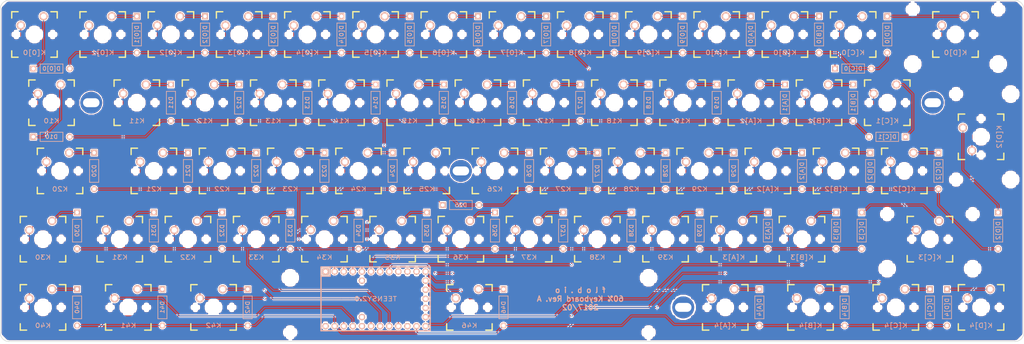
<source format=kicad_pcb>
(kicad_pcb (version 4) (host pcbnew 4.0.5)
  (layers (0 F.Cu signal) (31 B.Cu signal) (34 B.Paste user) (35 F.Paste user) (36 B.SilkS user) (37 F.SilkS user) (38 B.Mask user) (39 F.Mask user) (44 Edge.Cuts user))
  (net 0 "")
  (net 1 "Net-(D10-Pad2)")
  (net 2 "Net-(D11-Pad2)")
  (net 3 "Net-(D12-Pad2)")
  (net 4 "Net-(D13-Pad2)")
  (net 5 "Net-(D14-Pad2)")
  (net 6 "Net-(D15-Pad2)")
  (net 7 "Net-(D16-Pad2)")
  (net 8 "Net-(D17-Pad2)")
  (net 9 "Net-(D18-Pad2)")
  (net 10 "Net-(D19-Pad2)")
  (net 11 "Net-(D20-Pad2)")
  (net 12 "Net-(D21-Pad2)")
  (net 13 "Net-(D22-Pad2)")
  (net 14 "Net-(D23-Pad2)")
  (net 15 "Net-(D24-Pad2)")
  (net 16 "Net-(D25-Pad2)")
  (net 17 "Net-(D26-Pad2)")
  (net 18 "Net-(D27-Pad2)")
  (net 19 "Net-(D28-Pad2)")
  (net 20 "Net-(D29-Pad2)")
  (net 21 "Net-(D30-Pad2)")
  (net 22 "Net-(D31-Pad2)")
  (net 23 "Net-(D32-Pad2)")
  (net 24 "Net-(D33-Pad2)")
  (net 25 "Net-(D34-Pad2)")
  (net 26 "Net-(D35-Pad2)")
  (net 27 "Net-(D36-Pad2)")
  (net 28 "Net-(D37-Pad2)")
  (net 29 "Net-(D38-Pad2)")
  (net 30 "Net-(D39-Pad2)")
  (net 31 "Net-(D40-Pad2)")
  (net 32 "Net-(D41-Pad2)")
  (net 33 "Net-(D42-Pad2)")
  (net 34 "Net-(D46-Pad2)")
  (net 35 "Net-(D[0]0-Pad2)")
  (net 36 "Net-(D[0]1-Pad2)")
  (net 37 "Net-(D[0]2-Pad2)")
  (net 38 "Net-(D[0]3-Pad2)")
  (net 39 "Net-(D[0]4-Pad2)")
  (net 40 "Net-(D[0]5-Pad2)")
  (net 41 "Net-(D[0]6-Pad2)")
  (net 42 "Net-(D[0]7-Pad2)")
  (net 43 "Net-(D[0]8-Pad2)")
  (net 44 "Net-(D[0]9-Pad2)")
  (net 45 "Net-(D[A]0-Pad2)")
  (net 46 "Net-(D[A]1-Pad2)")
  (net 47 "Net-(D[A]2-Pad2)")
  (net 48 "Net-(D[A]3-Pad2)")
  (net 49 "Net-(D[A]4-Pad2)")
  (net 50 "Net-(D[B]0-Pad2)")
  (net 51 "Net-(D[B]1-Pad2)")
  (net 52 "Net-(D[B]2-Pad2)")
  (net 53 "Net-(D[B]3-Pad2)")
  (net 54 "Net-(D[B]4-Pad2)")
  (net 55 "Net-(D[C]0-Pad2)")
  (net 56 "Net-(D[C]1-Pad2)")
  (net 57 "Net-(D[C]2-Pad2)")
  (net 58 "Net-(D[C]3-Pad2)")
  (net 59 "Net-(D[C]4-Pad2)")
  (net 60 "Net-(D[D]0-Pad2)")
  (net 61 "Net-(D[D]2-Pad2)")
  (net 62 "Net-(D[D]4-Pad2)")
  (net 63 /R4)
  (net 64 /C0)
  (net 65 /C1)
  (net 66 /C2)
  (net 67 /C3)
  (net 68 /R3)
  (net 69 /C4)
  (net 70 /R2)
  (net 71 /C5)
  (net 72 /R1)
  (net 73 /C6)
  (net 74 /R0)
  (net 75 /C7)
  (net 76 /C8)
  (net 77 /C9)
  (net 78 /C10)
  (net 79 /C11)
  (net 80 /C12)
  (net 81 /C13)
  (module DIODE (layer B.Cu) (at 33.3375 38.1 180)
    (fp_text reference D[0]0 (at 0 0 180) (layer B.SilkS) (effects (font (size 1.1 1.2) (thickness 0.2032)) (justify mirror)))
    (fp_text value D hide)
    (pad 1 thru_hole circle (at -5.08 0 180) (size 1.651 1.651) (drill 0.9906) (layers *.Cu *.SilkS *.Mask) (net 74 /R0))
    (pad 2 thru_hole rect (at 5.08 0 180) (size 1.651 1.651) (drill 0.9906) (layers *.Cu *.SilkS *.Mask) (net 35 "Net-(D[0]0-Pad2)"))
  )
  (module CHERRY_PCB_200H (layer F.Cu) (at 285.75 28.575)
    (fp_text reference K[D]0 (at 0 5.08) (layer B.SilkS) (effects (font (size 1.27 1.524) (thickness 0.2032)) (justify mirror)))
    (fp_text value Backspace hide)
    (pad 1 thru_hole circle (at 2.54 -5.08) (size 2.286 2.286) (drill 1.4986) (layers *.Cu *.SilkS *.Mask) (net 60 "Net-(D[D]0-Pad2)"))
    (pad 2 thru_hole circle (at -3.81 -2.54) (size 2.286 2.286) (drill 1.4986) (layers *.Cu *.SilkS *.Mask) (net 81 /C13))
    (pad HOLE np_thru_hole circle (at 0 0) (size 3.9878 3.9878) (drill 3.9878) (layers *.Cu))
    (pad HOLE np_thru_hole circle (at -5.08 0) (size 1.7018 1.7018) (drill 1.7018) (layers *.Cu))
    (pad HOLE np_thru_hole circle (at 5.08 0) (size 1.7018 1.7018) (drill 1.7018) (layers *.Cu))
    (pad HOLE np_thru_hole circle (at -11.938 -6.985) (size 3.048 3.048) (drill 3.048) (layers *.Cu))
    (pad HOLE np_thru_hole circle (at 11.938 -6.985) (size 3.048 3.048) (drill 3.048) (layers *.Cu))
    (pad HOLE np_thru_hole circle (at -11.938 8.255) (size 3.9878 3.9878) (drill 3.9878) (layers *.Cu))
    (pad HOLE np_thru_hole circle (at 11.938 8.255) (size 3.9878 3.9878) (drill 3.9878) (layers *.Cu))
  )
  (module CHERRY_PCB_ISOR (layer F.Cu) (at 292.89375 57.15)
    (fp_text reference K[D]2 (at 5.08 0 90) (layer B.SilkS) (effects (font (size 1.27 1.524) (thickness 0.2032)) (justify mirror)))
    (fp_text value Enter hide)
    (pad 1 thru_hole circle (at -5.08 -2.54 90) (size 2.286 2.286) (drill 1.4986) (layers *.Cu *.SilkS *.Mask) (net 61 "Net-(D[D]2-Pad2)"))
    (pad 2 thru_hole circle (at -2.54 3.81 90) (size 2.286 2.286) (drill 1.4986) (layers *.Cu *.SilkS *.Mask) (net 81 /C13))
    (pad HOLE np_thru_hole circle (at 0 0 90) (size 3.9878 3.9878) (drill 3.9878) (layers *.Cu))
    (pad HOLE np_thru_hole circle (at 0 5.08 90) (size 1.7018 1.7018) (drill 1.7018) (layers *.Cu))
    (pad HOLE np_thru_hole circle (at 0 -5.08 90) (size 1.7018 1.7018) (drill 1.7018) (layers *.Cu))
    (pad HOLE np_thru_hole circle (at -6.985 11.938 90) (size 3.048 3.048) (drill 3.048) (layers *.Cu))
    (pad HOLE np_thru_hole circle (at -6.985 -11.938 90) (size 3.048 3.048) (drill 3.048) (layers *.Cu))
    (pad HOLE np_thru_hole circle (at 8.255 11.938 90) (size 3.9878 3.9878) (drill 3.9878) (layers *.Cu))
    (pad HOLE np_thru_hole circle (at 8.255 -11.938 90) (size 3.9878 3.9878) (drill 3.9878) (layers *.Cu))
  )
  (module CHERRY_PCB_275H (layer F.Cu) (at 278.60625 85.725)
    (fp_text reference K[C]3 (at 0 5.08) (layer B.SilkS) (effects (font (size 1.27 1.524) (thickness 0.2032)) (justify mirror)))
    (fp_text value RShift hide)
    (pad 1 thru_hole circle (at 2.54 -5.08) (size 2.286 2.286) (drill 1.4986) (layers *.Cu *.SilkS *.Mask) (net 58 "Net-(D[C]3-Pad2)"))
    (pad 2 thru_hole circle (at -3.81 -2.54) (size 2.286 2.286) (drill 1.4986) (layers *.Cu *.SilkS *.Mask) (net 80 /C12))
    (pad HOLE np_thru_hole circle (at 0 0) (size 3.9878 3.9878) (drill 3.9878) (layers *.Cu))
    (pad HOLE np_thru_hole circle (at -5.08 0) (size 1.7018 1.7018) (drill 1.7018) (layers *.Cu))
    (pad HOLE np_thru_hole circle (at 5.08 0) (size 1.7018 1.7018) (drill 1.7018) (layers *.Cu))
    (pad HOLE np_thru_hole circle (at -11.938 -6.985) (size 3.048 3.048) (drill 3.048) (layers *.Cu))
    (pad HOLE np_thru_hole circle (at 11.938 -6.985) (size 3.048 3.048) (drill 3.048) (layers *.Cu))
    (pad HOLE np_thru_hole circle (at -11.938 8.255) (size 3.9878 3.9878) (drill 3.9878) (layers *.Cu))
    (pad HOLE np_thru_hole circle (at 11.938 8.255) (size 3.9878 3.9878) (drill 3.9878) (layers *.Cu))
  )
  (module CHERRY_PCB_625H (layer F.Cu) (at 150.01875 104.775)
    (fp_text reference K46 (at 0 5.08) (layer B.SilkS) (effects (font (size 1.27 1.524) (thickness 0.2032)) (justify mirror)))
    (fp_text value Space hide)
    (pad 1 thru_hole circle (at 2.54 -5.08) (size 2.286 2.286) (drill 1.4986) (layers *.Cu *.SilkS *.Mask) (net 34 "Net-(D46-Pad2)"))
    (pad 2 thru_hole circle (at -3.81 -2.54) (size 2.286 2.286) (drill 1.4986) (layers *.Cu *.SilkS *.Mask) (net 73 /C6))
    (pad HOLE np_thru_hole circle (at 0 0) (size 3.9878 3.9878) (drill 3.9878) (layers *.Cu))
    (pad HOLE np_thru_hole circle (at -5.08 0) (size 1.7018 1.7018) (drill 1.7018) (layers *.Cu))
    (pad HOLE np_thru_hole circle (at 5.08 0) (size 1.7018 1.7018) (drill 1.7018) (layers *.Cu))
    (pad HOLE np_thru_hole circle (at -50.038 6.985) (size 3.048 3.048) (drill 3.048) (layers *.Cu))
    (pad HOLE np_thru_hole circle (at 50.038 6.985) (size 3.048 3.048) (drill 3.048) (layers *.Cu))
    (pad HOLE np_thru_hole circle (at -50.038 -8.255) (size 3.9878 3.9878) (drill 3.9878) (layers *.Cu))
    (pad HOLE np_thru_hole circle (at 50.038 -8.255) (size 3.9878 3.9878) (drill 3.9878) (layers *.Cu))
  )
  (module CHERRY_PCB_175H (layer F.Cu) (at 35.71875 66.675)
    (fp_text reference K20 (at 0 5.08) (layer B.SilkS) (effects (font (size 1.27 1.524) (thickness 0.2032)) (justify mirror)))
    (fp_text value CapsLock hide)
    (pad 1 thru_hole circle (at 2.54 -5.08) (size 2.286 2.286) (drill 1.4986) (layers *.Cu *.SilkS *.Mask) (net 11 "Net-(D20-Pad2)"))
    (pad 2 thru_hole circle (at -3.81 -2.54) (size 2.286 2.286) (drill 1.4986) (layers *.Cu *.SilkS *.Mask) (net 64 /C0))
    (pad HOLE np_thru_hole circle (at 0 0) (size 3.9878 3.9878) (drill 3.9878) (layers *.Cu))
    (pad HOLE np_thru_hole circle (at -5.08 0) (size 1.7018 1.7018) (drill 1.7018) (layers *.Cu))
    (pad HOLE np_thru_hole circle (at 5.08 0) (size 1.7018 1.7018) (drill 1.7018) (layers *.Cu))
  )
  (module CHERRY_PCB_150H (layer F.Cu) (at 33.3375 47.625)
    (fp_text reference K10 (at 0 5.08) (layer B.SilkS) (effects (font (size 1.27 1.524) (thickness 0.2032)) (justify mirror)))
    (fp_text value Tab hide)
    (pad 1 thru_hole circle (at 2.54 -5.08) (size 2.286 2.286) (drill 1.4986) (layers *.Cu *.SilkS *.Mask) (net 1 "Net-(D10-Pad2)"))
    (pad 2 thru_hole circle (at -3.81 -2.54) (size 2.286 2.286) (drill 1.4986) (layers *.Cu *.SilkS *.Mask) (net 64 /C0))
    (pad HOLE np_thru_hole circle (at 0 0) (size 3.9878 3.9878) (drill 3.9878) (layers *.Cu))
    (pad HOLE np_thru_hole circle (at -5.08 0) (size 1.7018 1.7018) (drill 1.7018) (layers *.Cu))
    (pad HOLE np_thru_hole circle (at 5.08 0) (size 1.7018 1.7018) (drill 1.7018) (layers *.Cu))
  )
  (module CHERRY_PCB_100H (layer F.Cu) (at 28.575 28.575)
    (fp_text reference K[0]0 (at 0 5.08) (layer B.SilkS) (effects (font (size 1.27 1.524) (thickness 0.2032)) (justify mirror)))
    (fp_text value Esc hide)
    (pad 1 thru_hole circle (at 2.54 -5.08) (size 2.286 2.286) (drill 1.4986) (layers *.Cu *.SilkS *.Mask) (net 35 "Net-(D[0]0-Pad2)"))
    (pad 2 thru_hole circle (at -3.81 -2.54) (size 2.286 2.286) (drill 1.4986) (layers *.Cu *.SilkS *.Mask) (net 64 /C0))
    (pad HOLE np_thru_hole circle (at 0 0) (size 3.9878 3.9878) (drill 3.9878) (layers *.Cu))
    (pad HOLE np_thru_hole circle (at -5.08 0) (size 1.7018 1.7018) (drill 1.7018) (layers *.Cu))
    (pad HOLE np_thru_hole circle (at 5.08 0) (size 1.7018 1.7018) (drill 1.7018) (layers *.Cu))
  )
  (module keyboard_parts:Poker_oval_hole (layer F.Cu) (at 44.425 47.625)
    (fp_text reference MH1 hide)
    (fp_text value "" hide)
    (pad "" thru_hole circle (at 0 0) (size 6.1 6.1) (drill oval 4.6 2.5) (layers *.Cu *.Mask))
  )
  (module keyboard_parts:Poker_oval_hole (layer F.Cu) (at 147.6375 66.675)
    (fp_text reference MH2 hide)
    (fp_text value "" hide)
    (pad "" thru_hole circle (at 0 0) (size 6.1 6.1) (drill oval 4.6 2.5) (layers *.Cu *.Mask))
  )
  (module keyboard_parts:Poker_oval_hole (layer F.Cu) (at 279.411 47.625)
    (fp_text reference MH4 hide)
    (fp_text value "" hide)
    (pad "" thru_hole circle (at 0 0) (size 6.1 6.1) (drill oval 4.6 2.5) (layers *.Cu *.Mask))
  )
  (module keyboard_parts:Poker_oval_hole (layer F.Cu) (at 209.725 104.775)
    (fp_text reference MH3 hide)
    (fp_text value "" hide)
    (pad "" thru_hole circle (at 0 0) (size 6.1 6.1) (drill oval 4.6 2.5) (layers *.Cu *.Mask))
  )
  (module footprints:Teensy_20 (layer B.Cu) (at 123.825 102.39375)
    (fp_text reference U1 hide)
    (fp_text value TEENSY2.0 (at 0 0) (layer B.SilkS) (effects (font (size 1.27 1.524) (thickness 0.2032)) (justify mirror)))
    (pad 1 thru_hole rect (at -13.97 -7.62) (size 1.7526 1.7526) (drill 1.0922) (layers *.Cu *.SilkS *.Mask))
    (pad 2 thru_hole circle (at -11.43 -7.62) (size 1.7526 1.7526) (drill 1.0922) (layers *.Cu *.SilkS *.Mask) (net 70 /R2))
    (pad 3 thru_hole circle (at -8.89 -7.62) (size 1.7526 1.7526) (drill 1.0922) (layers *.Cu *.SilkS *.Mask) (net 71 /C5))
    (pad 4 thru_hole circle (at -6.35 -7.62) (size 1.7526 1.7526) (drill 1.0922) (layers *.Cu *.SilkS *.Mask) (net 72 /R1))
    (pad 5 thru_hole circle (at -3.81 -7.62) (size 1.7526 1.7526) (drill 1.0922) (layers *.Cu *.SilkS *.Mask) (net 73 /C6))
    (pad 6 thru_hole circle (at -1.27 -7.62) (size 1.7526 1.7526) (drill 1.0922) (layers *.Cu *.SilkS *.Mask) (net 75 /C7))
    (pad 7 thru_hole circle (at 1.27 -7.62) (size 1.7526 1.7526) (drill 1.0922) (layers *.Cu *.SilkS *.Mask) (net 74 /R0))
    (pad 8 thru_hole circle (at 3.81 -7.62) (size 1.7526 1.7526) (drill 1.0922) (layers *.Cu *.SilkS *.Mask) (net 76 /C8))
    (pad 9 thru_hole circle (at 6.35 -7.62) (size 1.7526 1.7526) (drill 1.0922) (layers *.Cu *.SilkS *.Mask))
    (pad 10 thru_hole circle (at 8.89 -7.62) (size 1.7526 1.7526) (drill 1.0922) (layers *.Cu *.SilkS *.Mask))
    (pad 11 thru_hole circle (at 11.43 -7.62) (size 1.7526 1.7526) (drill 1.0922) (layers *.Cu *.SilkS *.Mask))
    (pad 12 thru_hole circle (at 13.97 -7.62) (size 1.7526 1.7526) (drill 1.0922) (layers *.Cu *.SilkS *.Mask) (net 77 /C9))
    (pad 13 thru_hole circle (at 13.97 -5.08 90) (size 1.7526 1.7526) (drill 1.0922) (layers *.Cu *.SilkS *.Mask) (net 78 /C10))
    (pad 14 thru_hole circle (at 13.97 -2.54 90) (size 1.7526 1.7526) (drill 1.0922) (layers *.Cu *.SilkS *.Mask))
    (pad 15 thru_hole circle (at 13.97 0 90) (size 1.7526 1.7526) (drill 1.0922) (layers *.Cu *.SilkS *.Mask))
    (pad 16 thru_hole circle (at 13.97 2.54 90) (size 1.7526 1.7526) (drill 1.0922) (layers *.Cu *.SilkS *.Mask))
    (pad 17 thru_hole circle (at 13.97 5.08 90) (size 1.7526 1.7526) (drill 1.0922) (layers *.Cu *.SilkS *.Mask) (net 79 /C11))
    (pad 18 thru_hole circle (at 13.97 7.62) (size 1.7526 1.7526) (drill 1.0922) (layers *.Cu *.SilkS *.Mask) (net 80 /C12))
    (pad 19 thru_hole circle (at 11.43 7.62) (size 1.7526 1.7526) (drill 1.0922) (layers *.Cu *.SilkS *.Mask) (net 81 /C13))
    (pad 20 thru_hole circle (at 8.89 7.62) (size 1.7526 1.7526) (drill 1.0922) (layers *.Cu *.SilkS *.Mask))
    (pad 21 thru_hole circle (at 6.35 7.62) (size 1.7526 1.7526) (drill 1.0922) (layers *.Cu *.SilkS *.Mask) (net 69 /C4))
    (pad 22 thru_hole circle (at 3.81 7.62) (size 1.7526 1.7526) (drill 1.0922) (layers *.Cu *.SilkS *.Mask) (net 68 /R3))
    (pad 23 thru_hole circle (at 1.27 7.62) (size 1.7526 1.7526) (drill 1.0922) (layers *.Cu *.SilkS *.Mask) (net 67 /C3))
    (pad 24 thru_hole circle (at -1.27 7.62) (size 1.7526 1.7526) (drill 1.0922) (layers *.Cu *.SilkS *.Mask) (net 66 /C2))
    (pad 25 thru_hole circle (at -3.81 7.62) (size 1.7526 1.7526) (drill 1.0922) (layers *.Cu *.SilkS *.Mask))
    (pad 26 thru_hole circle (at -6.35 7.62) (size 1.7526 1.7526) (drill 1.0922) (layers *.Cu *.SilkS *.Mask) (net 65 /C1))
    (pad 27 thru_hole circle (at -8.89 7.62) (size 1.7526 1.7526) (drill 1.0922) (layers *.Cu *.SilkS *.Mask) (net 64 /C0))
    (pad 28 thru_hole circle (at -11.43 7.62) (size 1.7526 1.7526) (drill 1.0922) (layers *.Cu *.SilkS *.Mask) (net 63 /R4))
    (pad 29 thru_hole circle (at -13.97 7.62) (size 1.7526 1.7526) (drill 1.0922) (layers *.Cu *.SilkS *.Mask))
    (pad 30 thru_hole circle (at -3.81 5.08 90) (size 1.7526 1.7526) (drill 1.0922) (layers *.Cu *.SilkS *.Mask))
    (pad 31 thru_hole circle (at -3.81 -5.08 90) (size 1.7526 1.7526) (drill 1.0922) (layers *.Cu *.SilkS *.Mask))
  )
  (module footprints:CHERRY_PCB_100H (layer F.Cu) (at 47.625 28.575)
    (fp_text reference K[0]1 (at 0 5.08) (layer B.SilkS) (effects (font (size 1.27 1.524) (thickness 0.2032)) (justify mirror)))
    (fp_text value 1 hide)
    (pad 1 thru_hole circle (at 2.54 -5.08) (size 2.286 2.286) (drill 1.4986) (layers *.Cu *.SilkS *.Mask) (net 36 "Net-(D[0]1-Pad2)"))
    (pad 2 thru_hole circle (at -3.81 -2.54) (size 2.286 2.286) (drill 1.4986) (layers *.Cu *.SilkS *.Mask) (net 65 /C1))
    (pad HOLE np_thru_hole circle (at 0 0) (size 3.9878 3.9878) (drill 3.9878) (layers *.Cu))
    (pad HOLE np_thru_hole circle (at -5.08 0) (size 1.7018 1.7018) (drill 1.7018) (layers *.Cu))
    (pad HOLE np_thru_hole circle (at 5.08 0) (size 1.7018 1.7018) (drill 1.7018) (layers *.Cu))
  )
  (module footprints:CHERRY_PCB_100H (layer F.Cu) (at 271.4625 66.675)
    (fp_text reference K[C]2 (at 0 5.08) (layer B.SilkS) (effects (font (size 1.27 1.524) (thickness 0.2032)) (justify mirror)))
    (fp_text value "#" hide)
    (pad 1 thru_hole circle (at 2.54 -5.08) (size 2.286 2.286) (drill 1.4986) (layers *.Cu *.SilkS *.Mask) (net 57 "Net-(D[C]2-Pad2)"))
    (pad 2 thru_hole circle (at -3.81 -2.54) (size 2.286 2.286) (drill 1.4986) (layers *.Cu *.SilkS *.Mask) (net 80 /C12))
    (pad HOLE np_thru_hole circle (at 0 0) (size 3.9878 3.9878) (drill 3.9878) (layers *.Cu))
    (pad HOLE np_thru_hole circle (at -5.08 0) (size 1.7018 1.7018) (drill 1.7018) (layers *.Cu))
    (pad HOLE np_thru_hole circle (at 5.08 0) (size 1.7018 1.7018) (drill 1.7018) (layers *.Cu))
  )
  (module footprints:CHERRY_PCB_100H (layer F.Cu) (at 266.7 47.625)
    (fp_text reference K[C]1 (at 0 5.08) (layer B.SilkS) (effects (font (size 1.27 1.524) (thickness 0.2032)) (justify mirror)))
    (fp_text value ] hide)
    (pad 1 thru_hole circle (at 2.54 -5.08) (size 2.286 2.286) (drill 1.4986) (layers *.Cu *.SilkS *.Mask) (net 56 "Net-(D[C]1-Pad2)"))
    (pad 2 thru_hole circle (at -3.81 -2.54) (size 2.286 2.286) (drill 1.4986) (layers *.Cu *.SilkS *.Mask) (net 80 /C12))
    (pad HOLE np_thru_hole circle (at 0 0) (size 3.9878 3.9878) (drill 3.9878) (layers *.Cu))
    (pad HOLE np_thru_hole circle (at -5.08 0) (size 1.7018 1.7018) (drill 1.7018) (layers *.Cu))
    (pad HOLE np_thru_hole circle (at 5.08 0) (size 1.7018 1.7018) (drill 1.7018) (layers *.Cu))
  )
  (module footprints:CHERRY_PCB_100H (layer F.Cu) (at 257.175 28.575)
    (fp_text reference K[C]0 (at 0 5.08) (layer B.SilkS) (effects (font (size 1.27 1.524) (thickness 0.2032)) (justify mirror)))
    (fp_text value = hide)
    (pad 1 thru_hole circle (at 2.54 -5.08) (size 2.286 2.286) (drill 1.4986) (layers *.Cu *.SilkS *.Mask) (net 55 "Net-(D[C]0-Pad2)"))
    (pad 2 thru_hole circle (at -3.81 -2.54) (size 2.286 2.286) (drill 1.4986) (layers *.Cu *.SilkS *.Mask) (net 80 /C12))
    (pad HOLE np_thru_hole circle (at 0 0) (size 3.9878 3.9878) (drill 3.9878) (layers *.Cu))
    (pad HOLE np_thru_hole circle (at -5.08 0) (size 1.7018 1.7018) (drill 1.7018) (layers *.Cu))
    (pad HOLE np_thru_hole circle (at 5.08 0) (size 1.7018 1.7018) (drill 1.7018) (layers *.Cu))
  )
  (module footprints:CHERRY_PCB_100H (layer F.Cu) (at 242.8875 85.725)
    (fp_text reference K[B]3 (at 0 5.08) (layer B.SilkS) (effects (font (size 1.27 1.524) (thickness 0.2032)) (justify mirror)))
    (fp_text value / hide)
    (pad 1 thru_hole circle (at 2.54 -5.08) (size 2.286 2.286) (drill 1.4986) (layers *.Cu *.SilkS *.Mask) (net 53 "Net-(D[B]3-Pad2)"))
    (pad 2 thru_hole circle (at -3.81 -2.54) (size 2.286 2.286) (drill 1.4986) (layers *.Cu *.SilkS *.Mask) (net 79 /C11))
    (pad HOLE np_thru_hole circle (at 0 0) (size 3.9878 3.9878) (drill 3.9878) (layers *.Cu))
    (pad HOLE np_thru_hole circle (at -5.08 0) (size 1.7018 1.7018) (drill 1.7018) (layers *.Cu))
    (pad HOLE np_thru_hole circle (at 5.08 0) (size 1.7018 1.7018) (drill 1.7018) (layers *.Cu))
  )
  (module footprints:CHERRY_PCB_100H (layer F.Cu) (at 252.4125 66.675)
    (fp_text reference K[B]2 (at 0 5.08) (layer B.SilkS) (effects (font (size 1.27 1.524) (thickness 0.2032)) (justify mirror)))
    (fp_text value ' hide)
    (pad 1 thru_hole circle (at 2.54 -5.08) (size 2.286 2.286) (drill 1.4986) (layers *.Cu *.SilkS *.Mask) (net 52 "Net-(D[B]2-Pad2)"))
    (pad 2 thru_hole circle (at -3.81 -2.54) (size 2.286 2.286) (drill 1.4986) (layers *.Cu *.SilkS *.Mask) (net 79 /C11))
    (pad HOLE np_thru_hole circle (at 0 0) (size 3.9878 3.9878) (drill 3.9878) (layers *.Cu))
    (pad HOLE np_thru_hole circle (at -5.08 0) (size 1.7018 1.7018) (drill 1.7018) (layers *.Cu))
    (pad HOLE np_thru_hole circle (at 5.08 0) (size 1.7018 1.7018) (drill 1.7018) (layers *.Cu))
  )
  (module footprints:CHERRY_PCB_100H (layer F.Cu) (at 247.65 47.625)
    (fp_text reference K[B]1 (at 0 5.08) (layer B.SilkS) (effects (font (size 1.27 1.524) (thickness 0.2032)) (justify mirror)))
    (fp_text value [ hide)
    (pad 1 thru_hole circle (at 2.54 -5.08) (size 2.286 2.286) (drill 1.4986) (layers *.Cu *.SilkS *.Mask) (net 51 "Net-(D[B]1-Pad2)"))
    (pad 2 thru_hole circle (at -3.81 -2.54) (size 2.286 2.286) (drill 1.4986) (layers *.Cu *.SilkS *.Mask) (net 79 /C11))
    (pad HOLE np_thru_hole circle (at 0 0) (size 3.9878 3.9878) (drill 3.9878) (layers *.Cu))
    (pad HOLE np_thru_hole circle (at -5.08 0) (size 1.7018 1.7018) (drill 1.7018) (layers *.Cu))
    (pad HOLE np_thru_hole circle (at 5.08 0) (size 1.7018 1.7018) (drill 1.7018) (layers *.Cu))
  )
  (module footprints:CHERRY_PCB_100H (layer F.Cu) (at 238.125 28.575)
    (fp_text reference K[B]0 (at 0 5.08) (layer B.SilkS) (effects (font (size 1.27 1.524) (thickness 0.2032)) (justify mirror)))
    (fp_text value - hide)
    (pad 1 thru_hole circle (at 2.54 -5.08) (size 2.286 2.286) (drill 1.4986) (layers *.Cu *.SilkS *.Mask) (net 50 "Net-(D[B]0-Pad2)"))
    (pad 2 thru_hole circle (at -3.81 -2.54) (size 2.286 2.286) (drill 1.4986) (layers *.Cu *.SilkS *.Mask) (net 79 /C11))
    (pad HOLE np_thru_hole circle (at 0 0) (size 3.9878 3.9878) (drill 3.9878) (layers *.Cu))
    (pad HOLE np_thru_hole circle (at -5.08 0) (size 1.7018 1.7018) (drill 1.7018) (layers *.Cu))
    (pad HOLE np_thru_hole circle (at 5.08 0) (size 1.7018 1.7018) (drill 1.7018) (layers *.Cu))
  )
  (module footprints:CHERRY_PCB_100H (layer F.Cu) (at 223.8375 85.725)
    (fp_text reference K[A]3 (at 0 5.08) (layer B.SilkS) (effects (font (size 1.27 1.524) (thickness 0.2032)) (justify mirror)))
    (fp_text value . hide)
    (pad 1 thru_hole circle (at 2.54 -5.08) (size 2.286 2.286) (drill 1.4986) (layers *.Cu *.SilkS *.Mask) (net 48 "Net-(D[A]3-Pad2)"))
    (pad 2 thru_hole circle (at -3.81 -2.54) (size 2.286 2.286) (drill 1.4986) (layers *.Cu *.SilkS *.Mask) (net 78 /C10))
    (pad HOLE np_thru_hole circle (at 0 0) (size 3.9878 3.9878) (drill 3.9878) (layers *.Cu))
    (pad HOLE np_thru_hole circle (at -5.08 0) (size 1.7018 1.7018) (drill 1.7018) (layers *.Cu))
    (pad HOLE np_thru_hole circle (at 5.08 0) (size 1.7018 1.7018) (drill 1.7018) (layers *.Cu))
  )
  (module footprints:CHERRY_PCB_100H (layer F.Cu) (at 233.3625 66.675)
    (fp_text reference K[A]2 (at 0 5.08) (layer B.SilkS) (effects (font (size 1.27 1.524) (thickness 0.2032)) (justify mirror)))
    (fp_text value ; hide)
    (pad 1 thru_hole circle (at 2.54 -5.08) (size 2.286 2.286) (drill 1.4986) (layers *.Cu *.SilkS *.Mask) (net 47 "Net-(D[A]2-Pad2)"))
    (pad 2 thru_hole circle (at -3.81 -2.54) (size 2.286 2.286) (drill 1.4986) (layers *.Cu *.SilkS *.Mask) (net 78 /C10))
    (pad HOLE np_thru_hole circle (at 0 0) (size 3.9878 3.9878) (drill 3.9878) (layers *.Cu))
    (pad HOLE np_thru_hole circle (at -5.08 0) (size 1.7018 1.7018) (drill 1.7018) (layers *.Cu))
    (pad HOLE np_thru_hole circle (at 5.08 0) (size 1.7018 1.7018) (drill 1.7018) (layers *.Cu))
  )
  (module footprints:CHERRY_PCB_100H (layer F.Cu) (at 228.6 47.625)
    (fp_text reference K[A]1 (at 0 5.08) (layer B.SilkS) (effects (font (size 1.27 1.524) (thickness 0.2032)) (justify mirror)))
    (fp_text value P hide)
    (pad 1 thru_hole circle (at 2.54 -5.08) (size 2.286 2.286) (drill 1.4986) (layers *.Cu *.SilkS *.Mask) (net 46 "Net-(D[A]1-Pad2)"))
    (pad 2 thru_hole circle (at -3.81 -2.54) (size 2.286 2.286) (drill 1.4986) (layers *.Cu *.SilkS *.Mask) (net 78 /C10))
    (pad HOLE np_thru_hole circle (at 0 0) (size 3.9878 3.9878) (drill 3.9878) (layers *.Cu))
    (pad HOLE np_thru_hole circle (at -5.08 0) (size 1.7018 1.7018) (drill 1.7018) (layers *.Cu))
    (pad HOLE np_thru_hole circle (at 5.08 0) (size 1.7018 1.7018) (drill 1.7018) (layers *.Cu))
  )
  (module footprints:CHERRY_PCB_100H (layer F.Cu) (at 219.075 28.575)
    (fp_text reference K[A]0 (at 0 5.08) (layer B.SilkS) (effects (font (size 1.27 1.524) (thickness 0.2032)) (justify mirror)))
    (fp_text value 0 hide)
    (pad 1 thru_hole circle (at 2.54 -5.08) (size 2.286 2.286) (drill 1.4986) (layers *.Cu *.SilkS *.Mask) (net 45 "Net-(D[A]0-Pad2)"))
    (pad 2 thru_hole circle (at -3.81 -2.54) (size 2.286 2.286) (drill 1.4986) (layers *.Cu *.SilkS *.Mask) (net 78 /C10))
    (pad HOLE np_thru_hole circle (at 0 0) (size 3.9878 3.9878) (drill 3.9878) (layers *.Cu))
    (pad HOLE np_thru_hole circle (at -5.08 0) (size 1.7018 1.7018) (drill 1.7018) (layers *.Cu))
    (pad HOLE np_thru_hole circle (at 5.08 0) (size 1.7018 1.7018) (drill 1.7018) (layers *.Cu))
  )
  (module footprints:CHERRY_PCB_100H (layer F.Cu) (at 200.025 28.575)
    (fp_text reference K[0]9 (at 0 5.08) (layer B.SilkS) (effects (font (size 1.27 1.524) (thickness 0.2032)) (justify mirror)))
    (fp_text value 9 hide)
    (pad 1 thru_hole circle (at 2.54 -5.08) (size 2.286 2.286) (drill 1.4986) (layers *.Cu *.SilkS *.Mask) (net 44 "Net-(D[0]9-Pad2)"))
    (pad 2 thru_hole circle (at -3.81 -2.54) (size 2.286 2.286) (drill 1.4986) (layers *.Cu *.SilkS *.Mask) (net 77 /C9))
    (pad HOLE np_thru_hole circle (at 0 0) (size 3.9878 3.9878) (drill 3.9878) (layers *.Cu))
    (pad HOLE np_thru_hole circle (at -5.08 0) (size 1.7018 1.7018) (drill 1.7018) (layers *.Cu))
    (pad HOLE np_thru_hole circle (at 5.08 0) (size 1.7018 1.7018) (drill 1.7018) (layers *.Cu))
  )
  (module footprints:CHERRY_PCB_100H (layer F.Cu) (at 180.975 28.575)
    (fp_text reference K[0]8 (at 0 5.08) (layer B.SilkS) (effects (font (size 1.27 1.524) (thickness 0.2032)) (justify mirror)))
    (fp_text value 8 hide)
    (pad 1 thru_hole circle (at 2.54 -5.08) (size 2.286 2.286) (drill 1.4986) (layers *.Cu *.SilkS *.Mask) (net 43 "Net-(D[0]8-Pad2)"))
    (pad 2 thru_hole circle (at -3.81 -2.54) (size 2.286 2.286) (drill 1.4986) (layers *.Cu *.SilkS *.Mask) (net 76 /C8))
    (pad HOLE np_thru_hole circle (at 0 0) (size 3.9878 3.9878) (drill 3.9878) (layers *.Cu))
    (pad HOLE np_thru_hole circle (at -5.08 0) (size 1.7018 1.7018) (drill 1.7018) (layers *.Cu))
    (pad HOLE np_thru_hole circle (at 5.08 0) (size 1.7018 1.7018) (drill 1.7018) (layers *.Cu))
  )
  (module footprints:CHERRY_PCB_100H (layer F.Cu) (at 161.925 28.575)
    (fp_text reference K[0]7 (at 0 5.08) (layer B.SilkS) (effects (font (size 1.27 1.524) (thickness 0.2032)) (justify mirror)))
    (fp_text value 7 hide)
    (pad 1 thru_hole circle (at 2.54 -5.08) (size 2.286 2.286) (drill 1.4986) (layers *.Cu *.SilkS *.Mask) (net 42 "Net-(D[0]7-Pad2)"))
    (pad 2 thru_hole circle (at -3.81 -2.54) (size 2.286 2.286) (drill 1.4986) (layers *.Cu *.SilkS *.Mask) (net 75 /C7))
    (pad HOLE np_thru_hole circle (at 0 0) (size 3.9878 3.9878) (drill 3.9878) (layers *.Cu))
    (pad HOLE np_thru_hole circle (at -5.08 0) (size 1.7018 1.7018) (drill 1.7018) (layers *.Cu))
    (pad HOLE np_thru_hole circle (at 5.08 0) (size 1.7018 1.7018) (drill 1.7018) (layers *.Cu))
  )
  (module footprints:CHERRY_PCB_100H (layer F.Cu) (at 142.875 28.575)
    (fp_text reference K[0]6 (at 0 5.08) (layer B.SilkS) (effects (font (size 1.27 1.524) (thickness 0.2032)) (justify mirror)))
    (fp_text value 6 hide)
    (pad 1 thru_hole circle (at 2.54 -5.08) (size 2.286 2.286) (drill 1.4986) (layers *.Cu *.SilkS *.Mask) (net 41 "Net-(D[0]6-Pad2)"))
    (pad 2 thru_hole circle (at -3.81 -2.54) (size 2.286 2.286) (drill 1.4986) (layers *.Cu *.SilkS *.Mask) (net 73 /C6))
    (pad HOLE np_thru_hole circle (at 0 0) (size 3.9878 3.9878) (drill 3.9878) (layers *.Cu))
    (pad HOLE np_thru_hole circle (at -5.08 0) (size 1.7018 1.7018) (drill 1.7018) (layers *.Cu))
    (pad HOLE np_thru_hole circle (at 5.08 0) (size 1.7018 1.7018) (drill 1.7018) (layers *.Cu))
  )
  (module footprints:CHERRY_PCB_100H (layer F.Cu) (at 123.825 28.575)
    (fp_text reference K[0]5 (at 0 5.08) (layer B.SilkS) (effects (font (size 1.27 1.524) (thickness 0.2032)) (justify mirror)))
    (fp_text value 5 hide)
    (pad 1 thru_hole circle (at 2.54 -5.08) (size 2.286 2.286) (drill 1.4986) (layers *.Cu *.SilkS *.Mask) (net 40 "Net-(D[0]5-Pad2)"))
    (pad 2 thru_hole circle (at -3.81 -2.54) (size 2.286 2.286) (drill 1.4986) (layers *.Cu *.SilkS *.Mask) (net 71 /C5))
    (pad HOLE np_thru_hole circle (at 0 0) (size 3.9878 3.9878) (drill 3.9878) (layers *.Cu))
    (pad HOLE np_thru_hole circle (at -5.08 0) (size 1.7018 1.7018) (drill 1.7018) (layers *.Cu))
    (pad HOLE np_thru_hole circle (at 5.08 0) (size 1.7018 1.7018) (drill 1.7018) (layers *.Cu))
  )
  (module footprints:CHERRY_PCB_100H (layer F.Cu) (at 104.775 28.575)
    (fp_text reference K[0]4 (at 0 5.08) (layer B.SilkS) (effects (font (size 1.27 1.524) (thickness 0.2032)) (justify mirror)))
    (fp_text value 4 hide)
    (pad 1 thru_hole circle (at 2.54 -5.08) (size 2.286 2.286) (drill 1.4986) (layers *.Cu *.SilkS *.Mask) (net 39 "Net-(D[0]4-Pad2)"))
    (pad 2 thru_hole circle (at -3.81 -2.54) (size 2.286 2.286) (drill 1.4986) (layers *.Cu *.SilkS *.Mask) (net 69 /C4))
    (pad HOLE np_thru_hole circle (at 0 0) (size 3.9878 3.9878) (drill 3.9878) (layers *.Cu))
    (pad HOLE np_thru_hole circle (at -5.08 0) (size 1.7018 1.7018) (drill 1.7018) (layers *.Cu))
    (pad HOLE np_thru_hole circle (at 5.08 0) (size 1.7018 1.7018) (drill 1.7018) (layers *.Cu))
  )
  (module footprints:CHERRY_PCB_100H (layer F.Cu) (at 85.725 28.575)
    (fp_text reference K[0]3 (at 0 5.08) (layer B.SilkS) (effects (font (size 1.27 1.524) (thickness 0.2032)) (justify mirror)))
    (fp_text value 3 hide)
    (pad 1 thru_hole circle (at 2.54 -5.08) (size 2.286 2.286) (drill 1.4986) (layers *.Cu *.SilkS *.Mask) (net 38 "Net-(D[0]3-Pad2)"))
    (pad 2 thru_hole circle (at -3.81 -2.54) (size 2.286 2.286) (drill 1.4986) (layers *.Cu *.SilkS *.Mask) (net 67 /C3))
    (pad HOLE np_thru_hole circle (at 0 0) (size 3.9878 3.9878) (drill 3.9878) (layers *.Cu))
    (pad HOLE np_thru_hole circle (at -5.08 0) (size 1.7018 1.7018) (drill 1.7018) (layers *.Cu))
    (pad HOLE np_thru_hole circle (at 5.08 0) (size 1.7018 1.7018) (drill 1.7018) (layers *.Cu))
  )
  (module footprints:CHERRY_PCB_100H (layer F.Cu) (at 66.675 28.575)
    (fp_text reference K[0]2 (at 0 5.08) (layer B.SilkS) (effects (font (size 1.27 1.524) (thickness 0.2032)) (justify mirror)))
    (fp_text value 2 hide)
    (pad 1 thru_hole circle (at 2.54 -5.08) (size 2.286 2.286) (drill 1.4986) (layers *.Cu *.SilkS *.Mask) (net 37 "Net-(D[0]2-Pad2)"))
    (pad 2 thru_hole circle (at -3.81 -2.54) (size 2.286 2.286) (drill 1.4986) (layers *.Cu *.SilkS *.Mask) (net 66 /C2))
    (pad HOLE np_thru_hole circle (at 0 0) (size 3.9878 3.9878) (drill 3.9878) (layers *.Cu))
    (pad HOLE np_thru_hole circle (at -5.08 0) (size 1.7018 1.7018) (drill 1.7018) (layers *.Cu))
    (pad HOLE np_thru_hole circle (at 5.08 0) (size 1.7018 1.7018) (drill 1.7018) (layers *.Cu))
  )
  (module footprints:CHERRY_PCB_100H (layer F.Cu) (at 204.7875 85.725)
    (fp_text reference K39 (at 0 5.08) (layer B.SilkS) (effects (font (size 1.27 1.524) (thickness 0.2032)) (justify mirror)))
    (fp_text value , hide)
    (pad 1 thru_hole circle (at 2.54 -5.08) (size 2.286 2.286) (drill 1.4986) (layers *.Cu *.SilkS *.Mask) (net 30 "Net-(D39-Pad2)"))
    (pad 2 thru_hole circle (at -3.81 -2.54) (size 2.286 2.286) (drill 1.4986) (layers *.Cu *.SilkS *.Mask) (net 77 /C9))
    (pad HOLE np_thru_hole circle (at 0 0) (size 3.9878 3.9878) (drill 3.9878) (layers *.Cu))
    (pad HOLE np_thru_hole circle (at -5.08 0) (size 1.7018 1.7018) (drill 1.7018) (layers *.Cu))
    (pad HOLE np_thru_hole circle (at 5.08 0) (size 1.7018 1.7018) (drill 1.7018) (layers *.Cu))
  )
  (module footprints:CHERRY_PCB_100H (layer F.Cu) (at 185.7375 85.725)
    (fp_text reference K38 (at 0 5.08) (layer B.SilkS) (effects (font (size 1.27 1.524) (thickness 0.2032)) (justify mirror)))
    (fp_text value M hide)
    (pad 1 thru_hole circle (at 2.54 -5.08) (size 2.286 2.286) (drill 1.4986) (layers *.Cu *.SilkS *.Mask) (net 29 "Net-(D38-Pad2)"))
    (pad 2 thru_hole circle (at -3.81 -2.54) (size 2.286 2.286) (drill 1.4986) (layers *.Cu *.SilkS *.Mask) (net 76 /C8))
    (pad HOLE np_thru_hole circle (at 0 0) (size 3.9878 3.9878) (drill 3.9878) (layers *.Cu))
    (pad HOLE np_thru_hole circle (at -5.08 0) (size 1.7018 1.7018) (drill 1.7018) (layers *.Cu))
    (pad HOLE np_thru_hole circle (at 5.08 0) (size 1.7018 1.7018) (drill 1.7018) (layers *.Cu))
  )
  (module footprints:CHERRY_PCB_100H (layer F.Cu) (at 166.6875 85.725)
    (fp_text reference K37 (at 0 5.08) (layer B.SilkS) (effects (font (size 1.27 1.524) (thickness 0.2032)) (justify mirror)))
    (fp_text value N hide)
    (pad 1 thru_hole circle (at 2.54 -5.08) (size 2.286 2.286) (drill 1.4986) (layers *.Cu *.SilkS *.Mask) (net 28 "Net-(D37-Pad2)"))
    (pad 2 thru_hole circle (at -3.81 -2.54) (size 2.286 2.286) (drill 1.4986) (layers *.Cu *.SilkS *.Mask) (net 75 /C7))
    (pad HOLE np_thru_hole circle (at 0 0) (size 3.9878 3.9878) (drill 3.9878) (layers *.Cu))
    (pad HOLE np_thru_hole circle (at -5.08 0) (size 1.7018 1.7018) (drill 1.7018) (layers *.Cu))
    (pad HOLE np_thru_hole circle (at 5.08 0) (size 1.7018 1.7018) (drill 1.7018) (layers *.Cu))
  )
  (module footprints:CHERRY_PCB_100H (layer F.Cu) (at 147.6375 85.725)
    (fp_text reference K36 (at 0 5.08) (layer B.SilkS) (effects (font (size 1.27 1.524) (thickness 0.2032)) (justify mirror)))
    (fp_text value B hide)
    (pad 1 thru_hole circle (at 2.54 -5.08) (size 2.286 2.286) (drill 1.4986) (layers *.Cu *.SilkS *.Mask) (net 27 "Net-(D36-Pad2)"))
    (pad 2 thru_hole circle (at -3.81 -2.54) (size 2.286 2.286) (drill 1.4986) (layers *.Cu *.SilkS *.Mask) (net 73 /C6))
    (pad HOLE np_thru_hole circle (at 0 0) (size 3.9878 3.9878) (drill 3.9878) (layers *.Cu))
    (pad HOLE np_thru_hole circle (at -5.08 0) (size 1.7018 1.7018) (drill 1.7018) (layers *.Cu))
    (pad HOLE np_thru_hole circle (at 5.08 0) (size 1.7018 1.7018) (drill 1.7018) (layers *.Cu))
  )
  (module footprints:CHERRY_PCB_100H (layer F.Cu) (at 128.5875 85.725)
    (fp_text reference K35 (at 0 5.08) (layer B.SilkS) (effects (font (size 1.27 1.524) (thickness 0.2032)) (justify mirror)))
    (fp_text value V hide)
    (pad 1 thru_hole circle (at 2.54 -5.08) (size 2.286 2.286) (drill 1.4986) (layers *.Cu *.SilkS *.Mask) (net 26 "Net-(D35-Pad2)"))
    (pad 2 thru_hole circle (at -3.81 -2.54) (size 2.286 2.286) (drill 1.4986) (layers *.Cu *.SilkS *.Mask) (net 71 /C5))
    (pad HOLE np_thru_hole circle (at 0 0) (size 3.9878 3.9878) (drill 3.9878) (layers *.Cu))
    (pad HOLE np_thru_hole circle (at -5.08 0) (size 1.7018 1.7018) (drill 1.7018) (layers *.Cu))
    (pad HOLE np_thru_hole circle (at 5.08 0) (size 1.7018 1.7018) (drill 1.7018) (layers *.Cu))
  )
  (module footprints:CHERRY_PCB_100H (layer F.Cu) (at 109.5375 85.725)
    (fp_text reference K34 (at 0 5.08) (layer B.SilkS) (effects (font (size 1.27 1.524) (thickness 0.2032)) (justify mirror)))
    (fp_text value C hide)
    (pad 1 thru_hole circle (at 2.54 -5.08) (size 2.286 2.286) (drill 1.4986) (layers *.Cu *.SilkS *.Mask) (net 25 "Net-(D34-Pad2)"))
    (pad 2 thru_hole circle (at -3.81 -2.54) (size 2.286 2.286) (drill 1.4986) (layers *.Cu *.SilkS *.Mask) (net 69 /C4))
    (pad HOLE np_thru_hole circle (at 0 0) (size 3.9878 3.9878) (drill 3.9878) (layers *.Cu))
    (pad HOLE np_thru_hole circle (at -5.08 0) (size 1.7018 1.7018) (drill 1.7018) (layers *.Cu))
    (pad HOLE np_thru_hole circle (at 5.08 0) (size 1.7018 1.7018) (drill 1.7018) (layers *.Cu))
  )
  (module footprints:CHERRY_PCB_100H (layer F.Cu) (at 90.4875 85.725)
    (fp_text reference K33 (at 0 5.08) (layer B.SilkS) (effects (font (size 1.27 1.524) (thickness 0.2032)) (justify mirror)))
    (fp_text value X hide)
    (pad 1 thru_hole circle (at 2.54 -5.08) (size 2.286 2.286) (drill 1.4986) (layers *.Cu *.SilkS *.Mask) (net 24 "Net-(D33-Pad2)"))
    (pad 2 thru_hole circle (at -3.81 -2.54) (size 2.286 2.286) (drill 1.4986) (layers *.Cu *.SilkS *.Mask) (net 67 /C3))
    (pad HOLE np_thru_hole circle (at 0 0) (size 3.9878 3.9878) (drill 3.9878) (layers *.Cu))
    (pad HOLE np_thru_hole circle (at -5.08 0) (size 1.7018 1.7018) (drill 1.7018) (layers *.Cu))
    (pad HOLE np_thru_hole circle (at 5.08 0) (size 1.7018 1.7018) (drill 1.7018) (layers *.Cu))
  )
  (module footprints:CHERRY_PCB_100H (layer F.Cu) (at 71.4375 85.725)
    (fp_text reference K32 (at 0 5.08) (layer B.SilkS) (effects (font (size 1.27 1.524) (thickness 0.2032)) (justify mirror)))
    (fp_text value Z hide)
    (pad 1 thru_hole circle (at 2.54 -5.08) (size 2.286 2.286) (drill 1.4986) (layers *.Cu *.SilkS *.Mask) (net 23 "Net-(D32-Pad2)"))
    (pad 2 thru_hole circle (at -3.81 -2.54) (size 2.286 2.286) (drill 1.4986) (layers *.Cu *.SilkS *.Mask) (net 66 /C2))
    (pad HOLE np_thru_hole circle (at 0 0) (size 3.9878 3.9878) (drill 3.9878) (layers *.Cu))
    (pad HOLE np_thru_hole circle (at -5.08 0) (size 1.7018 1.7018) (drill 1.7018) (layers *.Cu))
    (pad HOLE np_thru_hole circle (at 5.08 0) (size 1.7018 1.7018) (drill 1.7018) (layers *.Cu))
  )
  (module footprints:CHERRY_PCB_100H (layer F.Cu) (at 52.3875 85.725)
    (fp_text reference K31 (at 0 5.08) (layer B.SilkS) (effects (font (size 1.27 1.524) (thickness 0.2032)) (justify mirror)))
    (fp_text value \ hide)
    (pad 1 thru_hole circle (at 2.54 -5.08) (size 2.286 2.286) (drill 1.4986) (layers *.Cu *.SilkS *.Mask) (net 22 "Net-(D31-Pad2)"))
    (pad 2 thru_hole circle (at -3.81 -2.54) (size 2.286 2.286) (drill 1.4986) (layers *.Cu *.SilkS *.Mask) (net 65 /C1))
    (pad HOLE np_thru_hole circle (at 0 0) (size 3.9878 3.9878) (drill 3.9878) (layers *.Cu))
    (pad HOLE np_thru_hole circle (at -5.08 0) (size 1.7018 1.7018) (drill 1.7018) (layers *.Cu))
    (pad HOLE np_thru_hole circle (at 5.08 0) (size 1.7018 1.7018) (drill 1.7018) (layers *.Cu))
  )
  (module footprints:CHERRY_PCB_100H (layer F.Cu) (at 214.3125 66.675)
    (fp_text reference K29 (at 0 5.08) (layer B.SilkS) (effects (font (size 1.27 1.524) (thickness 0.2032)) (justify mirror)))
    (fp_text value L hide)
    (pad 1 thru_hole circle (at 2.54 -5.08) (size 2.286 2.286) (drill 1.4986) (layers *.Cu *.SilkS *.Mask) (net 20 "Net-(D29-Pad2)"))
    (pad 2 thru_hole circle (at -3.81 -2.54) (size 2.286 2.286) (drill 1.4986) (layers *.Cu *.SilkS *.Mask) (net 77 /C9))
    (pad HOLE np_thru_hole circle (at 0 0) (size 3.9878 3.9878) (drill 3.9878) (layers *.Cu))
    (pad HOLE np_thru_hole circle (at -5.08 0) (size 1.7018 1.7018) (drill 1.7018) (layers *.Cu))
    (pad HOLE np_thru_hole circle (at 5.08 0) (size 1.7018 1.7018) (drill 1.7018) (layers *.Cu))
  )
  (module footprints:CHERRY_PCB_100H (layer F.Cu) (at 195.2625 66.675)
    (fp_text reference K28 (at 0 5.08) (layer B.SilkS) (effects (font (size 1.27 1.524) (thickness 0.2032)) (justify mirror)))
    (fp_text value K hide)
    (pad 1 thru_hole circle (at 2.54 -5.08) (size 2.286 2.286) (drill 1.4986) (layers *.Cu *.SilkS *.Mask) (net 19 "Net-(D28-Pad2)"))
    (pad 2 thru_hole circle (at -3.81 -2.54) (size 2.286 2.286) (drill 1.4986) (layers *.Cu *.SilkS *.Mask) (net 76 /C8))
    (pad HOLE np_thru_hole circle (at 0 0) (size 3.9878 3.9878) (drill 3.9878) (layers *.Cu))
    (pad HOLE np_thru_hole circle (at -5.08 0) (size 1.7018 1.7018) (drill 1.7018) (layers *.Cu))
    (pad HOLE np_thru_hole circle (at 5.08 0) (size 1.7018 1.7018) (drill 1.7018) (layers *.Cu))
  )
  (module footprints:CHERRY_PCB_100H (layer F.Cu) (at 176.2125 66.675)
    (fp_text reference K27 (at 0 5.08) (layer B.SilkS) (effects (font (size 1.27 1.524) (thickness 0.2032)) (justify mirror)))
    (fp_text value J hide)
    (pad 1 thru_hole circle (at 2.54 -5.08) (size 2.286 2.286) (drill 1.4986) (layers *.Cu *.SilkS *.Mask) (net 18 "Net-(D27-Pad2)"))
    (pad 2 thru_hole circle (at -3.81 -2.54) (size 2.286 2.286) (drill 1.4986) (layers *.Cu *.SilkS *.Mask) (net 75 /C7))
    (pad HOLE np_thru_hole circle (at 0 0) (size 3.9878 3.9878) (drill 3.9878) (layers *.Cu))
    (pad HOLE np_thru_hole circle (at -5.08 0) (size 1.7018 1.7018) (drill 1.7018) (layers *.Cu))
    (pad HOLE np_thru_hole circle (at 5.08 0) (size 1.7018 1.7018) (drill 1.7018) (layers *.Cu))
  )
  (module footprints:CHERRY_PCB_100H (layer F.Cu) (at 157.1625 66.675)
    (fp_text reference K26 (at 0 5.08) (layer B.SilkS) (effects (font (size 1.27 1.524) (thickness 0.2032)) (justify mirror)))
    (fp_text value H hide)
    (pad 1 thru_hole circle (at 2.54 -5.08) (size 2.286 2.286) (drill 1.4986) (layers *.Cu *.SilkS *.Mask) (net 17 "Net-(D26-Pad2)"))
    (pad 2 thru_hole circle (at -3.81 -2.54) (size 2.286 2.286) (drill 1.4986) (layers *.Cu *.SilkS *.Mask) (net 73 /C6))
    (pad HOLE np_thru_hole circle (at 0 0) (size 3.9878 3.9878) (drill 3.9878) (layers *.Cu))
    (pad HOLE np_thru_hole circle (at -5.08 0) (size 1.7018 1.7018) (drill 1.7018) (layers *.Cu))
    (pad HOLE np_thru_hole circle (at 5.08 0) (size 1.7018 1.7018) (drill 1.7018) (layers *.Cu))
  )
  (module footprints:CHERRY_PCB_100H (layer F.Cu) (at 138.1125 66.675)
    (fp_text reference K25 (at 0 5.08) (layer B.SilkS) (effects (font (size 1.27 1.524) (thickness 0.2032)) (justify mirror)))
    (fp_text value G hide)
    (pad 1 thru_hole circle (at 2.54 -5.08) (size 2.286 2.286) (drill 1.4986) (layers *.Cu *.SilkS *.Mask) (net 16 "Net-(D25-Pad2)"))
    (pad 2 thru_hole circle (at -3.81 -2.54) (size 2.286 2.286) (drill 1.4986) (layers *.Cu *.SilkS *.Mask) (net 71 /C5))
    (pad HOLE np_thru_hole circle (at 0 0) (size 3.9878 3.9878) (drill 3.9878) (layers *.Cu))
    (pad HOLE np_thru_hole circle (at -5.08 0) (size 1.7018 1.7018) (drill 1.7018) (layers *.Cu))
    (pad HOLE np_thru_hole circle (at 5.08 0) (size 1.7018 1.7018) (drill 1.7018) (layers *.Cu))
  )
  (module footprints:CHERRY_PCB_100H (layer F.Cu) (at 119.0625 66.675)
    (fp_text reference K24 (at 0 5.08) (layer B.SilkS) (effects (font (size 1.27 1.524) (thickness 0.2032)) (justify mirror)))
    (fp_text value F hide)
    (pad 1 thru_hole circle (at 2.54 -5.08) (size 2.286 2.286) (drill 1.4986) (layers *.Cu *.SilkS *.Mask) (net 15 "Net-(D24-Pad2)"))
    (pad 2 thru_hole circle (at -3.81 -2.54) (size 2.286 2.286) (drill 1.4986) (layers *.Cu *.SilkS *.Mask) (net 69 /C4))
    (pad HOLE np_thru_hole circle (at 0 0) (size 3.9878 3.9878) (drill 3.9878) (layers *.Cu))
    (pad HOLE np_thru_hole circle (at -5.08 0) (size 1.7018 1.7018) (drill 1.7018) (layers *.Cu))
    (pad HOLE np_thru_hole circle (at 5.08 0) (size 1.7018 1.7018) (drill 1.7018) (layers *.Cu))
  )
  (module footprints:CHERRY_PCB_100H (layer F.Cu) (at 100.0125 66.675)
    (fp_text reference K23 (at 0 5.08) (layer B.SilkS) (effects (font (size 1.27 1.524) (thickness 0.2032)) (justify mirror)))
    (fp_text value D hide)
    (pad 1 thru_hole circle (at 2.54 -5.08) (size 2.286 2.286) (drill 1.4986) (layers *.Cu *.SilkS *.Mask) (net 14 "Net-(D23-Pad2)"))
    (pad 2 thru_hole circle (at -3.81 -2.54) (size 2.286 2.286) (drill 1.4986) (layers *.Cu *.SilkS *.Mask) (net 67 /C3))
    (pad HOLE np_thru_hole circle (at 0 0) (size 3.9878 3.9878) (drill 3.9878) (layers *.Cu))
    (pad HOLE np_thru_hole circle (at -5.08 0) (size 1.7018 1.7018) (drill 1.7018) (layers *.Cu))
    (pad HOLE np_thru_hole circle (at 5.08 0) (size 1.7018 1.7018) (drill 1.7018) (layers *.Cu))
  )
  (module footprints:CHERRY_PCB_100H (layer F.Cu) (at 80.9625 66.675)
    (fp_text reference K22 (at 0 5.08) (layer B.SilkS) (effects (font (size 1.27 1.524) (thickness 0.2032)) (justify mirror)))
    (fp_text value S hide)
    (pad 1 thru_hole circle (at 2.54 -5.08) (size 2.286 2.286) (drill 1.4986) (layers *.Cu *.SilkS *.Mask) (net 13 "Net-(D22-Pad2)"))
    (pad 2 thru_hole circle (at -3.81 -2.54) (size 2.286 2.286) (drill 1.4986) (layers *.Cu *.SilkS *.Mask) (net 66 /C2))
    (pad HOLE np_thru_hole circle (at 0 0) (size 3.9878 3.9878) (drill 3.9878) (layers *.Cu))
    (pad HOLE np_thru_hole circle (at -5.08 0) (size 1.7018 1.7018) (drill 1.7018) (layers *.Cu))
    (pad HOLE np_thru_hole circle (at 5.08 0) (size 1.7018 1.7018) (drill 1.7018) (layers *.Cu))
  )
  (module footprints:CHERRY_PCB_100H (layer F.Cu) (at 61.9125 66.675)
    (fp_text reference K21 (at 0 5.08) (layer B.SilkS) (effects (font (size 1.27 1.524) (thickness 0.2032)) (justify mirror)))
    (fp_text value A hide)
    (pad 1 thru_hole circle (at 2.54 -5.08) (size 2.286 2.286) (drill 1.4986) (layers *.Cu *.SilkS *.Mask) (net 12 "Net-(D21-Pad2)"))
    (pad 2 thru_hole circle (at -3.81 -2.54) (size 2.286 2.286) (drill 1.4986) (layers *.Cu *.SilkS *.Mask) (net 65 /C1))
    (pad HOLE np_thru_hole circle (at 0 0) (size 3.9878 3.9878) (drill 3.9878) (layers *.Cu))
    (pad HOLE np_thru_hole circle (at -5.08 0) (size 1.7018 1.7018) (drill 1.7018) (layers *.Cu))
    (pad HOLE np_thru_hole circle (at 5.08 0) (size 1.7018 1.7018) (drill 1.7018) (layers *.Cu))
  )
  (module footprints:CHERRY_PCB_100H (layer F.Cu) (at 209.55 47.625)
    (fp_text reference K19 (at 0 5.08) (layer B.SilkS) (effects (font (size 1.27 1.524) (thickness 0.2032)) (justify mirror)))
    (fp_text value O hide)
    (pad 1 thru_hole circle (at 2.54 -5.08) (size 2.286 2.286) (drill 1.4986) (layers *.Cu *.SilkS *.Mask) (net 10 "Net-(D19-Pad2)"))
    (pad 2 thru_hole circle (at -3.81 -2.54) (size 2.286 2.286) (drill 1.4986) (layers *.Cu *.SilkS *.Mask) (net 77 /C9))
    (pad HOLE np_thru_hole circle (at 0 0) (size 3.9878 3.9878) (drill 3.9878) (layers *.Cu))
    (pad HOLE np_thru_hole circle (at -5.08 0) (size 1.7018 1.7018) (drill 1.7018) (layers *.Cu))
    (pad HOLE np_thru_hole circle (at 5.08 0) (size 1.7018 1.7018) (drill 1.7018) (layers *.Cu))
  )
  (module footprints:CHERRY_PCB_100H (layer F.Cu) (at 190.5 47.625)
    (fp_text reference K18 (at 0 5.08) (layer B.SilkS) (effects (font (size 1.27 1.524) (thickness 0.2032)) (justify mirror)))
    (fp_text value I hide)
    (pad 1 thru_hole circle (at 2.54 -5.08) (size 2.286 2.286) (drill 1.4986) (layers *.Cu *.SilkS *.Mask) (net 9 "Net-(D18-Pad2)"))
    (pad 2 thru_hole circle (at -3.81 -2.54) (size 2.286 2.286) (drill 1.4986) (layers *.Cu *.SilkS *.Mask) (net 76 /C8))
    (pad HOLE np_thru_hole circle (at 0 0) (size 3.9878 3.9878) (drill 3.9878) (layers *.Cu))
    (pad HOLE np_thru_hole circle (at -5.08 0) (size 1.7018 1.7018) (drill 1.7018) (layers *.Cu))
    (pad HOLE np_thru_hole circle (at 5.08 0) (size 1.7018 1.7018) (drill 1.7018) (layers *.Cu))
  )
  (module footprints:CHERRY_PCB_100H (layer F.Cu) (at 171.45 47.625)
    (fp_text reference K17 (at 0 5.08) (layer B.SilkS) (effects (font (size 1.27 1.524) (thickness 0.2032)) (justify mirror)))
    (fp_text value U hide)
    (pad 1 thru_hole circle (at 2.54 -5.08) (size 2.286 2.286) (drill 1.4986) (layers *.Cu *.SilkS *.Mask) (net 8 "Net-(D17-Pad2)"))
    (pad 2 thru_hole circle (at -3.81 -2.54) (size 2.286 2.286) (drill 1.4986) (layers *.Cu *.SilkS *.Mask) (net 75 /C7))
    (pad HOLE np_thru_hole circle (at 0 0) (size 3.9878 3.9878) (drill 3.9878) (layers *.Cu))
    (pad HOLE np_thru_hole circle (at -5.08 0) (size 1.7018 1.7018) (drill 1.7018) (layers *.Cu))
    (pad HOLE np_thru_hole circle (at 5.08 0) (size 1.7018 1.7018) (drill 1.7018) (layers *.Cu))
  )
  (module footprints:CHERRY_PCB_100H (layer F.Cu) (at 152.4 47.625)
    (fp_text reference K16 (at 0 5.08) (layer B.SilkS) (effects (font (size 1.27 1.524) (thickness 0.2032)) (justify mirror)))
    (fp_text value Y hide)
    (pad 1 thru_hole circle (at 2.54 -5.08) (size 2.286 2.286) (drill 1.4986) (layers *.Cu *.SilkS *.Mask) (net 7 "Net-(D16-Pad2)"))
    (pad 2 thru_hole circle (at -3.81 -2.54) (size 2.286 2.286) (drill 1.4986) (layers *.Cu *.SilkS *.Mask) (net 73 /C6))
    (pad HOLE np_thru_hole circle (at 0 0) (size 3.9878 3.9878) (drill 3.9878) (layers *.Cu))
    (pad HOLE np_thru_hole circle (at -5.08 0) (size 1.7018 1.7018) (drill 1.7018) (layers *.Cu))
    (pad HOLE np_thru_hole circle (at 5.08 0) (size 1.7018 1.7018) (drill 1.7018) (layers *.Cu))
  )
  (module footprints:CHERRY_PCB_100H (layer F.Cu) (at 133.35 47.625)
    (fp_text reference K15 (at 0 5.08) (layer B.SilkS) (effects (font (size 1.27 1.524) (thickness 0.2032)) (justify mirror)))
    (fp_text value T hide)
    (pad 1 thru_hole circle (at 2.54 -5.08) (size 2.286 2.286) (drill 1.4986) (layers *.Cu *.SilkS *.Mask) (net 6 "Net-(D15-Pad2)"))
    (pad 2 thru_hole circle (at -3.81 -2.54) (size 2.286 2.286) (drill 1.4986) (layers *.Cu *.SilkS *.Mask) (net 71 /C5))
    (pad HOLE np_thru_hole circle (at 0 0) (size 3.9878 3.9878) (drill 3.9878) (layers *.Cu))
    (pad HOLE np_thru_hole circle (at -5.08 0) (size 1.7018 1.7018) (drill 1.7018) (layers *.Cu))
    (pad HOLE np_thru_hole circle (at 5.08 0) (size 1.7018 1.7018) (drill 1.7018) (layers *.Cu))
  )
  (module footprints:CHERRY_PCB_100H (layer F.Cu) (at 114.3 47.625)
    (fp_text reference K14 (at 0 5.08) (layer B.SilkS) (effects (font (size 1.27 1.524) (thickness 0.2032)) (justify mirror)))
    (fp_text value R hide)
    (pad 1 thru_hole circle (at 2.54 -5.08) (size 2.286 2.286) (drill 1.4986) (layers *.Cu *.SilkS *.Mask) (net 5 "Net-(D14-Pad2)"))
    (pad 2 thru_hole circle (at -3.81 -2.54) (size 2.286 2.286) (drill 1.4986) (layers *.Cu *.SilkS *.Mask) (net 69 /C4))
    (pad HOLE np_thru_hole circle (at 0 0) (size 3.9878 3.9878) (drill 3.9878) (layers *.Cu))
    (pad HOLE np_thru_hole circle (at -5.08 0) (size 1.7018 1.7018) (drill 1.7018) (layers *.Cu))
    (pad HOLE np_thru_hole circle (at 5.08 0) (size 1.7018 1.7018) (drill 1.7018) (layers *.Cu))
  )
  (module footprints:CHERRY_PCB_100H (layer F.Cu) (at 95.25 47.625)
    (fp_text reference K13 (at 0 5.08) (layer B.SilkS) (effects (font (size 1.27 1.524) (thickness 0.2032)) (justify mirror)))
    (fp_text value E hide)
    (pad 1 thru_hole circle (at 2.54 -5.08) (size 2.286 2.286) (drill 1.4986) (layers *.Cu *.SilkS *.Mask) (net 4 "Net-(D13-Pad2)"))
    (pad 2 thru_hole circle (at -3.81 -2.54) (size 2.286 2.286) (drill 1.4986) (layers *.Cu *.SilkS *.Mask) (net 67 /C3))
    (pad HOLE np_thru_hole circle (at 0 0) (size 3.9878 3.9878) (drill 3.9878) (layers *.Cu))
    (pad HOLE np_thru_hole circle (at -5.08 0) (size 1.7018 1.7018) (drill 1.7018) (layers *.Cu))
    (pad HOLE np_thru_hole circle (at 5.08 0) (size 1.7018 1.7018) (drill 1.7018) (layers *.Cu))
  )
  (module footprints:CHERRY_PCB_100H (layer F.Cu) (at 76.2 47.625)
    (fp_text reference K12 (at 0 5.08) (layer B.SilkS) (effects (font (size 1.27 1.524) (thickness 0.2032)) (justify mirror)))
    (fp_text value W hide)
    (pad 1 thru_hole circle (at 2.54 -5.08) (size 2.286 2.286) (drill 1.4986) (layers *.Cu *.SilkS *.Mask) (net 3 "Net-(D12-Pad2)"))
    (pad 2 thru_hole circle (at -3.81 -2.54) (size 2.286 2.286) (drill 1.4986) (layers *.Cu *.SilkS *.Mask) (net 66 /C2))
    (pad HOLE np_thru_hole circle (at 0 0) (size 3.9878 3.9878) (drill 3.9878) (layers *.Cu))
    (pad HOLE np_thru_hole circle (at -5.08 0) (size 1.7018 1.7018) (drill 1.7018) (layers *.Cu))
    (pad HOLE np_thru_hole circle (at 5.08 0) (size 1.7018 1.7018) (drill 1.7018) (layers *.Cu))
  )
  (module footprints:CHERRY_PCB_100H (layer F.Cu) (at 57.15 47.625)
    (fp_text reference K11 (at 0 5.08) (layer B.SilkS) (effects (font (size 1.27 1.524) (thickness 0.2032)) (justify mirror)))
    (fp_text value Q hide)
    (pad 1 thru_hole circle (at 2.54 -5.08) (size 2.286 2.286) (drill 1.4986) (layers *.Cu *.SilkS *.Mask) (net 2 "Net-(D11-Pad2)"))
    (pad 2 thru_hole circle (at -3.81 -2.54) (size 2.286 2.286) (drill 1.4986) (layers *.Cu *.SilkS *.Mask) (net 65 /C1))
    (pad HOLE np_thru_hole circle (at 0 0) (size 3.9878 3.9878) (drill 3.9878) (layers *.Cu))
    (pad HOLE np_thru_hole circle (at -5.08 0) (size 1.7018 1.7018) (drill 1.7018) (layers *.Cu))
    (pad HOLE np_thru_hole circle (at 5.08 0) (size 1.7018 1.7018) (drill 1.7018) (layers *.Cu))
  )
  (module footprints:CHERRY_PCB_125H (layer F.Cu) (at 292.89375 104.775)
    (fp_text reference K[D]4 (at 0 5.08) (layer B.SilkS) (effects (font (size 1.27 1.524) (thickness 0.2032)) (justify mirror)))
    (fp_text value RCtrl hide)
    (pad 1 thru_hole circle (at 2.54 -5.08) (size 2.286 2.286) (drill 1.4986) (layers *.Cu *.SilkS *.Mask) (net 62 "Net-(D[D]4-Pad2)"))
    (pad 2 thru_hole circle (at -3.81 -2.54) (size 2.286 2.286) (drill 1.4986) (layers *.Cu *.SilkS *.Mask) (net 81 /C13))
    (pad HOLE np_thru_hole circle (at 0 0) (size 3.9878 3.9878) (drill 3.9878) (layers *.Cu))
    (pad HOLE np_thru_hole circle (at -5.08 0) (size 1.7018 1.7018) (drill 1.7018) (layers *.Cu))
    (pad HOLE np_thru_hole circle (at 5.08 0) (size 1.7018 1.7018) (drill 1.7018) (layers *.Cu))
  )
  (module footprints:CHERRY_PCB_125H (layer F.Cu) (at 269.08125 104.775)
    (fp_text reference K[C]4 (at 0 5.08) (layer B.SilkS) (effects (font (size 1.27 1.524) (thickness 0.2032)) (justify mirror)))
    (fp_text value Menu hide)
    (pad 1 thru_hole circle (at 2.54 -5.08) (size 2.286 2.286) (drill 1.4986) (layers *.Cu *.SilkS *.Mask) (net 59 "Net-(D[C]4-Pad2)"))
    (pad 2 thru_hole circle (at -3.81 -2.54) (size 2.286 2.286) (drill 1.4986) (layers *.Cu *.SilkS *.Mask) (net 80 /C12))
    (pad HOLE np_thru_hole circle (at 0 0) (size 3.9878 3.9878) (drill 3.9878) (layers *.Cu))
    (pad HOLE np_thru_hole circle (at -5.08 0) (size 1.7018 1.7018) (drill 1.7018) (layers *.Cu))
    (pad HOLE np_thru_hole circle (at 5.08 0) (size 1.7018 1.7018) (drill 1.7018) (layers *.Cu))
  )
  (module footprints:CHERRY_PCB_125H (layer F.Cu) (at 245.26875 104.775)
    (fp_text reference K[B]4 (at 0 5.08) (layer B.SilkS) (effects (font (size 1.27 1.524) (thickness 0.2032)) (justify mirror)))
    (fp_text value RSuper hide)
    (pad 1 thru_hole circle (at 2.54 -5.08) (size 2.286 2.286) (drill 1.4986) (layers *.Cu *.SilkS *.Mask) (net 54 "Net-(D[B]4-Pad2)"))
    (pad 2 thru_hole circle (at -3.81 -2.54) (size 2.286 2.286) (drill 1.4986) (layers *.Cu *.SilkS *.Mask) (net 79 /C11))
    (pad HOLE np_thru_hole circle (at 0 0) (size 3.9878 3.9878) (drill 3.9878) (layers *.Cu))
    (pad HOLE np_thru_hole circle (at -5.08 0) (size 1.7018 1.7018) (drill 1.7018) (layers *.Cu))
    (pad HOLE np_thru_hole circle (at 5.08 0) (size 1.7018 1.7018) (drill 1.7018) (layers *.Cu))
  )
  (module footprints:CHERRY_PCB_125H (layer F.Cu) (at 221.45625 104.775)
    (fp_text reference K[A]4 (at 0 5.08) (layer B.SilkS) (effects (font (size 1.27 1.524) (thickness 0.2032)) (justify mirror)))
    (fp_text value RAltGr hide)
    (pad 1 thru_hole circle (at 2.54 -5.08) (size 2.286 2.286) (drill 1.4986) (layers *.Cu *.SilkS *.Mask) (net 49 "Net-(D[A]4-Pad2)"))
    (pad 2 thru_hole circle (at -3.81 -2.54) (size 2.286 2.286) (drill 1.4986) (layers *.Cu *.SilkS *.Mask) (net 78 /C10))
    (pad HOLE np_thru_hole circle (at 0 0) (size 3.9878 3.9878) (drill 3.9878) (layers *.Cu))
    (pad HOLE np_thru_hole circle (at -5.08 0) (size 1.7018 1.7018) (drill 1.7018) (layers *.Cu))
    (pad HOLE np_thru_hole circle (at 5.08 0) (size 1.7018 1.7018) (drill 1.7018) (layers *.Cu))
  )
  (module footprints:CHERRY_PCB_125H (layer F.Cu) (at 78.58125 104.775)
    (fp_text reference K42 (at 0 5.08) (layer B.SilkS) (effects (font (size 1.27 1.524) (thickness 0.2032)) (justify mirror)))
    (fp_text value LAlt hide)
    (pad 1 thru_hole circle (at 2.54 -5.08) (size 2.286 2.286) (drill 1.4986) (layers *.Cu *.SilkS *.Mask) (net 33 "Net-(D42-Pad2)"))
    (pad 2 thru_hole circle (at -3.81 -2.54) (size 2.286 2.286) (drill 1.4986) (layers *.Cu *.SilkS *.Mask) (net 66 /C2))
    (pad HOLE np_thru_hole circle (at 0 0) (size 3.9878 3.9878) (drill 3.9878) (layers *.Cu))
    (pad HOLE np_thru_hole circle (at -5.08 0) (size 1.7018 1.7018) (drill 1.7018) (layers *.Cu))
    (pad HOLE np_thru_hole circle (at 5.08 0) (size 1.7018 1.7018) (drill 1.7018) (layers *.Cu))
  )
  (module footprints:CHERRY_PCB_125H (layer F.Cu) (at 54.76875 104.775)
    (fp_text reference K41 (at 0 5.08) (layer B.SilkS) (effects (font (size 1.27 1.524) (thickness 0.2032)) (justify mirror)))
    (fp_text value LSuper hide)
    (pad 1 thru_hole circle (at 2.54 -5.08) (size 2.286 2.286) (drill 1.4986) (layers *.Cu *.SilkS *.Mask) (net 32 "Net-(D41-Pad2)"))
    (pad 2 thru_hole circle (at -3.81 -2.54) (size 2.286 2.286) (drill 1.4986) (layers *.Cu *.SilkS *.Mask) (net 65 /C1))
    (pad HOLE np_thru_hole circle (at 0 0) (size 3.9878 3.9878) (drill 3.9878) (layers *.Cu))
    (pad HOLE np_thru_hole circle (at -5.08 0) (size 1.7018 1.7018) (drill 1.7018) (layers *.Cu))
    (pad HOLE np_thru_hole circle (at 5.08 0) (size 1.7018 1.7018) (drill 1.7018) (layers *.Cu))
  )
  (module footprints:CHERRY_PCB_125H (layer F.Cu) (at 30.95625 104.775)
    (fp_text reference K40 (at 0 5.08) (layer B.SilkS) (effects (font (size 1.27 1.524) (thickness 0.2032)) (justify mirror)))
    (fp_text value LCtrl hide)
    (pad 1 thru_hole circle (at 2.54 -5.08) (size 2.286 2.286) (drill 1.4986) (layers *.Cu *.SilkS *.Mask) (net 31 "Net-(D40-Pad2)"))
    (pad 2 thru_hole circle (at -3.81 -2.54) (size 2.286 2.286) (drill 1.4986) (layers *.Cu *.SilkS *.Mask) (net 64 /C0))
    (pad HOLE np_thru_hole circle (at 0 0) (size 3.9878 3.9878) (drill 3.9878) (layers *.Cu))
    (pad HOLE np_thru_hole circle (at -5.08 0) (size 1.7018 1.7018) (drill 1.7018) (layers *.Cu))
    (pad HOLE np_thru_hole circle (at 5.08 0) (size 1.7018 1.7018) (drill 1.7018) (layers *.Cu))
  )
  (module footprints:CHERRY_PCB_125H (layer F.Cu) (at 30.95625 85.725)
    (fp_text reference K30 (at 0 5.08) (layer B.SilkS) (effects (font (size 1.27 1.524) (thickness 0.2032)) (justify mirror)))
    (fp_text value LShift hide)
    (pad 1 thru_hole circle (at 2.54 -5.08) (size 2.286 2.286) (drill 1.4986) (layers *.Cu *.SilkS *.Mask) (net 21 "Net-(D30-Pad2)"))
    (pad 2 thru_hole circle (at -3.81 -2.54) (size 2.286 2.286) (drill 1.4986) (layers *.Cu *.SilkS *.Mask) (net 64 /C0))
    (pad HOLE np_thru_hole circle (at 0 0) (size 3.9878 3.9878) (drill 3.9878) (layers *.Cu))
    (pad HOLE np_thru_hole circle (at -5.08 0) (size 1.7018 1.7018) (drill 1.7018) (layers *.Cu))
    (pad HOLE np_thru_hole circle (at 5.08 0) (size 1.7018 1.7018) (drill 1.7018) (layers *.Cu))
  )
  (module footprints:DIODE (layer B.Cu) (at 283.36875 104.775 90)
    (fp_text reference D[D]4 (at 0 0 90) (layer B.SilkS) (effects (font (size 1.1 1.2) (thickness 0.2032)) (justify mirror)))
    (fp_text value D hide)
    (pad 1 thru_hole circle (at -5.08 0 90) (size 1.651 1.651) (drill 0.9906) (layers *.Cu *.SilkS *.Mask) (net 63 /R4))
    (pad 2 thru_hole rect (at 5.08 0 90) (size 1.651 1.651) (drill 0.9906) (layers *.Cu *.SilkS *.Mask) (net 62 "Net-(D[D]4-Pad2)"))
  )
  (module footprints:DIODE (layer B.Cu) (at 297.65625 83.34375 90)
    (fp_text reference D[D]2 (at 0 0 90) (layer B.SilkS) (effects (font (size 1.1 1.2) (thickness 0.2032)) (justify mirror)))
    (fp_text value D hide)
    (pad 1 thru_hole circle (at -5.08 0 90) (size 1.651 1.651) (drill 0.9906) (layers *.Cu *.SilkS *.Mask) (net 70 /R2))
    (pad 2 thru_hole rect (at 5.08 0 90) (size 1.651 1.651) (drill 0.9906) (layers *.Cu *.SilkS *.Mask) (net 61 "Net-(D[D]2-Pad2)"))
  )
  (module footprints:DIODE (layer B.Cu) (at 266.7 28.575 90)
    (fp_text reference D[D]0 (at 0 0 90) (layer B.SilkS) (effects (font (size 1.1 1.2) (thickness 0.2032)) (justify mirror)))
    (fp_text value D hide)
    (pad 1 thru_hole circle (at -5.08 0 90) (size 1.651 1.651) (drill 0.9906) (layers *.Cu *.SilkS *.Mask) (net 74 /R0))
    (pad 2 thru_hole rect (at 5.08 0 90) (size 1.651 1.651) (drill 0.9906) (layers *.Cu *.SilkS *.Mask) (net 60 "Net-(D[D]0-Pad2)"))
  )
  (module footprints:DIODE (layer B.Cu) (at 278.60625 104.775 90)
    (fp_text reference D[C]4 (at 0 0 90) (layer B.SilkS) (effects (font (size 1.1 1.2) (thickness 0.2032)) (justify mirror)))
    (fp_text value D hide)
    (pad 1 thru_hole circle (at -5.08 0 90) (size 1.651 1.651) (drill 0.9906) (layers *.Cu *.SilkS *.Mask) (net 63 /R4))
    (pad 2 thru_hole rect (at 5.08 0 90) (size 1.651 1.651) (drill 0.9906) (layers *.Cu *.SilkS *.Mask) (net 59 "Net-(D[C]4-Pad2)"))
  )
  (module footprints:DIODE (layer B.Cu) (at 259.55625 83.34375 90)
    (fp_text reference D[C]3 (at 0 0 90) (layer B.SilkS) (effects (font (size 1.1 1.2) (thickness 0.2032)) (justify mirror)))
    (fp_text value D hide)
    (pad 1 thru_hole circle (at -5.08 0 90) (size 1.651 1.651) (drill 0.9906) (layers *.Cu *.SilkS *.Mask) (net 68 /R3))
    (pad 2 thru_hole rect (at 5.08 0 90) (size 1.651 1.651) (drill 0.9906) (layers *.Cu *.SilkS *.Mask) (net 58 "Net-(D[C]3-Pad2)"))
  )
  (module footprints:DIODE (layer B.Cu) (at 280.9875 66.675 90)
    (fp_text reference D[C]2 (at 0 0 90) (layer B.SilkS) (effects (font (size 1.1 1.2) (thickness 0.2032)) (justify mirror)))
    (fp_text value D hide)
    (pad 1 thru_hole circle (at -5.08 0 90) (size 1.651 1.651) (drill 0.9906) (layers *.Cu *.SilkS *.Mask) (net 70 /R2))
    (pad 2 thru_hole rect (at 5.08 0 90) (size 1.651 1.651) (drill 0.9906) (layers *.Cu *.SilkS *.Mask) (net 57 "Net-(D[C]2-Pad2)"))
  )
  (module footprints:DIODE (layer B.Cu) (at 266.7 57.15)
    (fp_text reference D[C]1 (at 0 0) (layer B.SilkS) (effects (font (size 1.1 1.2) (thickness 0.2032)) (justify mirror)))
    (fp_text value D hide)
    (pad 1 thru_hole circle (at -5.08 0) (size 1.651 1.651) (drill 0.9906) (layers *.Cu *.SilkS *.Mask) (net 72 /R1))
    (pad 2 thru_hole rect (at 5.08 0) (size 1.651 1.651) (drill 0.9906) (layers *.Cu *.SilkS *.Mask) (net 56 "Net-(D[C]1-Pad2)"))
  )
  (module footprints:DIODE (layer B.Cu) (at 257.175 38.1 180)
    (fp_text reference D[C]0 (at 0 0 180) (layer B.SilkS) (effects (font (size 1.1 1.2) (thickness 0.2032)) (justify mirror)))
    (fp_text value D hide)
    (pad 1 thru_hole circle (at -5.08 0 180) (size 1.651 1.651) (drill 0.9906) (layers *.Cu *.SilkS *.Mask) (net 74 /R0))
    (pad 2 thru_hole rect (at 5.08 0 180) (size 1.651 1.651) (drill 0.9906) (layers *.Cu *.SilkS *.Mask) (net 55 "Net-(D[C]0-Pad2)"))
  )
  (module footprints:DIODE (layer B.Cu) (at 254.79375 104.775 90)
    (fp_text reference D[B]4 (at 0 0 90) (layer B.SilkS) (effects (font (size 1.1 1.2) (thickness 0.2032)) (justify mirror)))
    (fp_text value D hide)
    (pad 1 thru_hole circle (at -5.08 0 90) (size 1.651 1.651) (drill 0.9906) (layers *.Cu *.SilkS *.Mask) (net 63 /R4))
    (pad 2 thru_hole rect (at 5.08 0 90) (size 1.651 1.651) (drill 0.9906) (layers *.Cu *.SilkS *.Mask) (net 54 "Net-(D[B]4-Pad2)"))
  )
  (module footprints:DIODE (layer B.Cu) (at 252.4125 83.34375 90)
    (fp_text reference D[B]3 (at 0 0 90) (layer B.SilkS) (effects (font (size 1.1 1.2) (thickness 0.2032)) (justify mirror)))
    (fp_text value D hide)
    (pad 1 thru_hole circle (at -5.08 0 90) (size 1.651 1.651) (drill 0.9906) (layers *.Cu *.SilkS *.Mask) (net 68 /R3))
    (pad 2 thru_hole rect (at 5.08 0 90) (size 1.651 1.651) (drill 0.9906) (layers *.Cu *.SilkS *.Mask) (net 53 "Net-(D[B]3-Pad2)"))
  )
  (module footprints:DIODE (layer B.Cu) (at 261.9375 66.675 90)
    (fp_text reference D[B]2 (at 0 0 90) (layer B.SilkS) (effects (font (size 1.1 1.2) (thickness 0.2032)) (justify mirror)))
    (fp_text value D hide)
    (pad 1 thru_hole circle (at -5.08 0 90) (size 1.651 1.651) (drill 0.9906) (layers *.Cu *.SilkS *.Mask) (net 70 /R2))
    (pad 2 thru_hole rect (at 5.08 0 90) (size 1.651 1.651) (drill 0.9906) (layers *.Cu *.SilkS *.Mask) (net 52 "Net-(D[B]2-Pad2)"))
  )
  (module footprints:DIODE (layer B.Cu) (at 257.175 47.625 90)
    (fp_text reference D[B]1 (at 0 0 90) (layer B.SilkS) (effects (font (size 1.1 1.2) (thickness 0.2032)) (justify mirror)))
    (fp_text value D hide)
    (pad 1 thru_hole circle (at -5.08 0 90) (size 1.651 1.651) (drill 0.9906) (layers *.Cu *.SilkS *.Mask) (net 72 /R1))
    (pad 2 thru_hole rect (at 5.08 0 90) (size 1.651 1.651) (drill 0.9906) (layers *.Cu *.SilkS *.Mask) (net 51 "Net-(D[B]1-Pad2)"))
  )
  (module footprints:DIODE (layer B.Cu) (at 247.65 28.575 90)
    (fp_text reference D[B]0 (at 0 0 90) (layer B.SilkS) (effects (font (size 1.1 1.2) (thickness 0.2032)) (justify mirror)))
    (fp_text value D hide)
    (pad 1 thru_hole circle (at -5.08 0 90) (size 1.651 1.651) (drill 0.9906) (layers *.Cu *.SilkS *.Mask) (net 74 /R0))
    (pad 2 thru_hole rect (at 5.08 0 90) (size 1.651 1.651) (drill 0.9906) (layers *.Cu *.SilkS *.Mask) (net 50 "Net-(D[B]0-Pad2)"))
  )
  (module footprints:DIODE (layer B.Cu) (at 230.98125 104.775 90)
    (fp_text reference D[A]4 (at 0 0 90) (layer B.SilkS) (effects (font (size 1.1 1.2) (thickness 0.2032)) (justify mirror)))
    (fp_text value D hide)
    (pad 1 thru_hole circle (at -5.08 0 90) (size 1.651 1.651) (drill 0.9906) (layers *.Cu *.SilkS *.Mask) (net 63 /R4))
    (pad 2 thru_hole rect (at 5.08 0 90) (size 1.651 1.651) (drill 0.9906) (layers *.Cu *.SilkS *.Mask) (net 49 "Net-(D[A]4-Pad2)"))
  )
  (module footprints:DIODE (layer B.Cu) (at 233.3625 83.34375 90)
    (fp_text reference D[A]3 (at 0 0 90) (layer B.SilkS) (effects (font (size 1.1 1.2) (thickness 0.2032)) (justify mirror)))
    (fp_text value D hide)
    (pad 1 thru_hole circle (at -5.08 0 90) (size 1.651 1.651) (drill 0.9906) (layers *.Cu *.SilkS *.Mask) (net 68 /R3))
    (pad 2 thru_hole rect (at 5.08 0 90) (size 1.651 1.651) (drill 0.9906) (layers *.Cu *.SilkS *.Mask) (net 48 "Net-(D[A]3-Pad2)"))
  )
  (module footprints:DIODE (layer B.Cu) (at 242.8875 66.675 90)
    (fp_text reference D[A]2 (at 0 0 90) (layer B.SilkS) (effects (font (size 1.1 1.2) (thickness 0.2032)) (justify mirror)))
    (fp_text value D hide)
    (pad 1 thru_hole circle (at -5.08 0 90) (size 1.651 1.651) (drill 0.9906) (layers *.Cu *.SilkS *.Mask) (net 70 /R2))
    (pad 2 thru_hole rect (at 5.08 0 90) (size 1.651 1.651) (drill 0.9906) (layers *.Cu *.SilkS *.Mask) (net 47 "Net-(D[A]2-Pad2)"))
  )
  (module footprints:DIODE (layer B.Cu) (at 238.125 47.625 90)
    (fp_text reference D[A]1 (at 0 0 90) (layer B.SilkS) (effects (font (size 1.1 1.2) (thickness 0.2032)) (justify mirror)))
    (fp_text value D hide)
    (pad 1 thru_hole circle (at -5.08 0 90) (size 1.651 1.651) (drill 0.9906) (layers *.Cu *.SilkS *.Mask) (net 72 /R1))
    (pad 2 thru_hole rect (at 5.08 0 90) (size 1.651 1.651) (drill 0.9906) (layers *.Cu *.SilkS *.Mask) (net 46 "Net-(D[A]1-Pad2)"))
  )
  (module footprints:DIODE (layer B.Cu) (at 228.6 28.575 90)
    (fp_text reference D[A]0 (at 0 0 90) (layer B.SilkS) (effects (font (size 1.1 1.2) (thickness 0.2032)) (justify mirror)))
    (fp_text value D hide)
    (pad 1 thru_hole circle (at -5.08 0 90) (size 1.651 1.651) (drill 0.9906) (layers *.Cu *.SilkS *.Mask) (net 74 /R0))
    (pad 2 thru_hole rect (at 5.08 0 90) (size 1.651 1.651) (drill 0.9906) (layers *.Cu *.SilkS *.Mask) (net 45 "Net-(D[A]0-Pad2)"))
  )
  (module footprints:DIODE (layer B.Cu) (at 209.55 28.575 90)
    (fp_text reference D[0]9 (at 0 0 90) (layer B.SilkS) (effects (font (size 1.1 1.2) (thickness 0.2032)) (justify mirror)))
    (fp_text value D hide)
    (pad 1 thru_hole circle (at -5.08 0 90) (size 1.651 1.651) (drill 0.9906) (layers *.Cu *.SilkS *.Mask) (net 74 /R0))
    (pad 2 thru_hole rect (at 5.08 0 90) (size 1.651 1.651) (drill 0.9906) (layers *.Cu *.SilkS *.Mask) (net 44 "Net-(D[0]9-Pad2)"))
  )
  (module footprints:DIODE (layer B.Cu) (at 190.5 28.575 90)
    (fp_text reference D[0]8 (at 0 0 90) (layer B.SilkS) (effects (font (size 1.1 1.2) (thickness 0.2032)) (justify mirror)))
    (fp_text value D hide)
    (pad 1 thru_hole circle (at -5.08 0 90) (size 1.651 1.651) (drill 0.9906) (layers *.Cu *.SilkS *.Mask) (net 74 /R0))
    (pad 2 thru_hole rect (at 5.08 0 90) (size 1.651 1.651) (drill 0.9906) (layers *.Cu *.SilkS *.Mask) (net 43 "Net-(D[0]8-Pad2)"))
  )
  (module footprints:DIODE (layer B.Cu) (at 171.45 28.575 90)
    (fp_text reference D[0]7 (at 0 0 90) (layer B.SilkS) (effects (font (size 1.1 1.2) (thickness 0.2032)) (justify mirror)))
    (fp_text value D hide)
    (pad 1 thru_hole circle (at -5.08 0 90) (size 1.651 1.651) (drill 0.9906) (layers *.Cu *.SilkS *.Mask) (net 74 /R0))
    (pad 2 thru_hole rect (at 5.08 0 90) (size 1.651 1.651) (drill 0.9906) (layers *.Cu *.SilkS *.Mask) (net 42 "Net-(D[0]7-Pad2)"))
  )
  (module footprints:DIODE (layer B.Cu) (at 152.4 28.575 90)
    (fp_text reference D[0]6 (at 0 0 90) (layer B.SilkS) (effects (font (size 1.1 1.2) (thickness 0.2032)) (justify mirror)))
    (fp_text value D hide)
    (pad 1 thru_hole circle (at -5.08 0 90) (size 1.651 1.651) (drill 0.9906) (layers *.Cu *.SilkS *.Mask) (net 74 /R0))
    (pad 2 thru_hole rect (at 5.08 0 90) (size 1.651 1.651) (drill 0.9906) (layers *.Cu *.SilkS *.Mask) (net 41 "Net-(D[0]6-Pad2)"))
  )
  (module footprints:DIODE (layer B.Cu) (at 133.35 28.575 90)
    (fp_text reference D[0]5 (at 0 0 90) (layer B.SilkS) (effects (font (size 1.1 1.2) (thickness 0.2032)) (justify mirror)))
    (fp_text value D hide)
    (pad 1 thru_hole circle (at -5.08 0 90) (size 1.651 1.651) (drill 0.9906) (layers *.Cu *.SilkS *.Mask) (net 74 /R0))
    (pad 2 thru_hole rect (at 5.08 0 90) (size 1.651 1.651) (drill 0.9906) (layers *.Cu *.SilkS *.Mask) (net 40 "Net-(D[0]5-Pad2)"))
  )
  (module footprints:DIODE (layer B.Cu) (at 114.3 28.575 90)
    (fp_text reference D[0]4 (at 0 0 90) (layer B.SilkS) (effects (font (size 1.1 1.2) (thickness 0.2032)) (justify mirror)))
    (fp_text value D hide)
    (pad 1 thru_hole circle (at -5.08 0 90) (size 1.651 1.651) (drill 0.9906) (layers *.Cu *.SilkS *.Mask) (net 74 /R0))
    (pad 2 thru_hole rect (at 5.08 0 90) (size 1.651 1.651) (drill 0.9906) (layers *.Cu *.SilkS *.Mask) (net 39 "Net-(D[0]4-Pad2)"))
  )
  (module footprints:DIODE (layer B.Cu) (at 95.25 28.575 90)
    (fp_text reference D[0]3 (at 0 0 90) (layer B.SilkS) (effects (font (size 1.1 1.2) (thickness 0.2032)) (justify mirror)))
    (fp_text value D hide)
    (pad 1 thru_hole circle (at -5.08 0 90) (size 1.651 1.651) (drill 0.9906) (layers *.Cu *.SilkS *.Mask) (net 74 /R0))
    (pad 2 thru_hole rect (at 5.08 0 90) (size 1.651 1.651) (drill 0.9906) (layers *.Cu *.SilkS *.Mask) (net 38 "Net-(D[0]3-Pad2)"))
  )
  (module footprints:DIODE (layer B.Cu) (at 76.2 28.575 90)
    (fp_text reference D[0]2 (at 0 0 90) (layer B.SilkS) (effects (font (size 1.1 1.2) (thickness 0.2032)) (justify mirror)))
    (fp_text value D hide)
    (pad 1 thru_hole circle (at -5.08 0 90) (size 1.651 1.651) (drill 0.9906) (layers *.Cu *.SilkS *.Mask) (net 74 /R0))
    (pad 2 thru_hole rect (at 5.08 0 90) (size 1.651 1.651) (drill 0.9906) (layers *.Cu *.SilkS *.Mask) (net 37 "Net-(D[0]2-Pad2)"))
  )
  (module footprints:DIODE (layer B.Cu) (at 57.15 28.575 90)
    (fp_text reference D[0]1 (at 0 0 90) (layer B.SilkS) (effects (font (size 1.1 1.2) (thickness 0.2032)) (justify mirror)))
    (fp_text value D hide)
    (pad 1 thru_hole circle (at -5.08 0 90) (size 1.651 1.651) (drill 0.9906) (layers *.Cu *.SilkS *.Mask) (net 74 /R0))
    (pad 2 thru_hole rect (at 5.08 0 90) (size 1.651 1.651) (drill 0.9906) (layers *.Cu *.SilkS *.Mask) (net 36 "Net-(D[0]1-Pad2)"))
  )
  (module footprints:DIODE (layer B.Cu) (at 159.54375 104.775 90)
    (fp_text reference D46 (at 0 0 90) (layer B.SilkS) (effects (font (size 1.1 1.2) (thickness 0.2032)) (justify mirror)))
    (fp_text value D hide)
    (pad 1 thru_hole circle (at -5.08 0 90) (size 1.651 1.651) (drill 0.9906) (layers *.Cu *.SilkS *.Mask) (net 63 /R4))
    (pad 2 thru_hole rect (at 5.08 0 90) (size 1.651 1.651) (drill 0.9906) (layers *.Cu *.SilkS *.Mask) (net 34 "Net-(D46-Pad2)"))
  )
  (module footprints:DIODE (layer B.Cu) (at 88.10625 104.775 90)
    (fp_text reference D42 (at 0 0 90) (layer B.SilkS) (effects (font (size 1.1 1.2) (thickness 0.2032)) (justify mirror)))
    (fp_text value D hide)
    (pad 1 thru_hole circle (at -5.08 0 90) (size 1.651 1.651) (drill 0.9906) (layers *.Cu *.SilkS *.Mask) (net 63 /R4))
    (pad 2 thru_hole rect (at 5.08 0 90) (size 1.651 1.651) (drill 0.9906) (layers *.Cu *.SilkS *.Mask) (net 33 "Net-(D42-Pad2)"))
  )
  (module footprints:DIODE (layer B.Cu) (at 64.29375 104.775 90)
    (fp_text reference D41 (at 0 0 90) (layer B.SilkS) (effects (font (size 1.1 1.2) (thickness 0.2032)) (justify mirror)))
    (fp_text value D hide)
    (pad 1 thru_hole circle (at -5.08 0 90) (size 1.651 1.651) (drill 0.9906) (layers *.Cu *.SilkS *.Mask) (net 63 /R4))
    (pad 2 thru_hole rect (at 5.08 0 90) (size 1.651 1.651) (drill 0.9906) (layers *.Cu *.SilkS *.Mask) (net 32 "Net-(D41-Pad2)"))
  )
  (module footprints:DIODE (layer B.Cu) (at 40.48125 104.775 90)
    (fp_text reference D40 (at 0 0 90) (layer B.SilkS) (effects (font (size 1.1 1.2) (thickness 0.2032)) (justify mirror)))
    (fp_text value D hide)
    (pad 1 thru_hole circle (at -5.08 0 90) (size 1.651 1.651) (drill 0.9906) (layers *.Cu *.SilkS *.Mask) (net 63 /R4))
    (pad 2 thru_hole rect (at 5.08 0 90) (size 1.651 1.651) (drill 0.9906) (layers *.Cu *.SilkS *.Mask) (net 31 "Net-(D40-Pad2)"))
  )
  (module footprints:DIODE (layer B.Cu) (at 214.3125 83.34375 90)
    (fp_text reference D39 (at 0 0 90) (layer B.SilkS) (effects (font (size 1.1 1.2) (thickness 0.2032)) (justify mirror)))
    (fp_text value D hide)
    (pad 1 thru_hole circle (at -5.08 0 90) (size 1.651 1.651) (drill 0.9906) (layers *.Cu *.SilkS *.Mask) (net 68 /R3))
    (pad 2 thru_hole rect (at 5.08 0 90) (size 1.651 1.651) (drill 0.9906) (layers *.Cu *.SilkS *.Mask) (net 30 "Net-(D39-Pad2)"))
  )
  (module footprints:DIODE (layer B.Cu) (at 195.2625 83.34375 90)
    (fp_text reference D38 (at 0 0 90) (layer B.SilkS) (effects (font (size 1.1 1.2) (thickness 0.2032)) (justify mirror)))
    (fp_text value D hide)
    (pad 1 thru_hole circle (at -5.08 0 90) (size 1.651 1.651) (drill 0.9906) (layers *.Cu *.SilkS *.Mask) (net 68 /R3))
    (pad 2 thru_hole rect (at 5.08 0 90) (size 1.651 1.651) (drill 0.9906) (layers *.Cu *.SilkS *.Mask) (net 29 "Net-(D38-Pad2)"))
  )
  (module footprints:DIODE (layer B.Cu) (at 176.2125 83.34375 90)
    (fp_text reference D37 (at 0 0 90) (layer B.SilkS) (effects (font (size 1.1 1.2) (thickness 0.2032)) (justify mirror)))
    (fp_text value D hide)
    (pad 1 thru_hole circle (at -5.08 0 90) (size 1.651 1.651) (drill 0.9906) (layers *.Cu *.SilkS *.Mask) (net 68 /R3))
    (pad 2 thru_hole rect (at 5.08 0 90) (size 1.651 1.651) (drill 0.9906) (layers *.Cu *.SilkS *.Mask) (net 28 "Net-(D37-Pad2)"))
  )
  (module footprints:DIODE (layer B.Cu) (at 157.1625 83.34375 90)
    (fp_text reference D36 (at 0 0 90) (layer B.SilkS) (effects (font (size 1.1 1.2) (thickness 0.2032)) (justify mirror)))
    (fp_text value D hide)
    (pad 1 thru_hole circle (at -5.08 0 90) (size 1.651 1.651) (drill 0.9906) (layers *.Cu *.SilkS *.Mask) (net 68 /R3))
    (pad 2 thru_hole rect (at 5.08 0 90) (size 1.651 1.651) (drill 0.9906) (layers *.Cu *.SilkS *.Mask) (net 27 "Net-(D36-Pad2)"))
  )
  (module footprints:DIODE (layer B.Cu) (at 138.1125 83.34375 90)
    (fp_text reference D35 (at 0 0 90) (layer B.SilkS) (effects (font (size 1.1 1.2) (thickness 0.2032)) (justify mirror)))
    (fp_text value D hide)
    (pad 1 thru_hole circle (at -5.08 0 90) (size 1.651 1.651) (drill 0.9906) (layers *.Cu *.SilkS *.Mask) (net 68 /R3))
    (pad 2 thru_hole rect (at 5.08 0 90) (size 1.651 1.651) (drill 0.9906) (layers *.Cu *.SilkS *.Mask) (net 26 "Net-(D35-Pad2)"))
  )
  (module footprints:DIODE (layer B.Cu) (at 119.0625 83.34375 90)
    (fp_text reference D34 (at 0 0 90) (layer B.SilkS) (effects (font (size 1.1 1.2) (thickness 0.2032)) (justify mirror)))
    (fp_text value D hide)
    (pad 1 thru_hole circle (at -5.08 0 90) (size 1.651 1.651) (drill 0.9906) (layers *.Cu *.SilkS *.Mask) (net 68 /R3))
    (pad 2 thru_hole rect (at 5.08 0 90) (size 1.651 1.651) (drill 0.9906) (layers *.Cu *.SilkS *.Mask) (net 25 "Net-(D34-Pad2)"))
  )
  (module footprints:DIODE (layer B.Cu) (at 100.0125 83.34375 90)
    (fp_text reference D33 (at 0 0 90) (layer B.SilkS) (effects (font (size 1.1 1.2) (thickness 0.2032)) (justify mirror)))
    (fp_text value D hide)
    (pad 1 thru_hole circle (at -5.08 0 90) (size 1.651 1.651) (drill 0.9906) (layers *.Cu *.SilkS *.Mask) (net 68 /R3))
    (pad 2 thru_hole rect (at 5.08 0 90) (size 1.651 1.651) (drill 0.9906) (layers *.Cu *.SilkS *.Mask) (net 24 "Net-(D33-Pad2)"))
  )
  (module footprints:DIODE (layer B.Cu) (at 80.9625 83.34375 90)
    (fp_text reference D32 (at 0 0 90) (layer B.SilkS) (effects (font (size 1.1 1.2) (thickness 0.2032)) (justify mirror)))
    (fp_text value D hide)
    (pad 1 thru_hole circle (at -5.08 0 90) (size 1.651 1.651) (drill 0.9906) (layers *.Cu *.SilkS *.Mask) (net 68 /R3))
    (pad 2 thru_hole rect (at 5.08 0 90) (size 1.651 1.651) (drill 0.9906) (layers *.Cu *.SilkS *.Mask) (net 23 "Net-(D32-Pad2)"))
  )
  (module footprints:DIODE (layer B.Cu) (at 61.9125 83.34375 90)
    (fp_text reference D31 (at 0 0 90) (layer B.SilkS) (effects (font (size 1.1 1.2) (thickness 0.2032)) (justify mirror)))
    (fp_text value D hide)
    (pad 1 thru_hole circle (at -5.08 0 90) (size 1.651 1.651) (drill 0.9906) (layers *.Cu *.SilkS *.Mask) (net 68 /R3))
    (pad 2 thru_hole rect (at 5.08 0 90) (size 1.651 1.651) (drill 0.9906) (layers *.Cu *.SilkS *.Mask) (net 22 "Net-(D31-Pad2)"))
  )
  (module footprints:DIODE (layer B.Cu) (at 40.48125 83.34375 90)
    (fp_text reference D30 (at 0 0 90) (layer B.SilkS) (effects (font (size 1.1 1.2) (thickness 0.2032)) (justify mirror)))
    (fp_text value D hide)
    (pad 1 thru_hole circle (at -5.08 0 90) (size 1.651 1.651) (drill 0.9906) (layers *.Cu *.SilkS *.Mask) (net 68 /R3))
    (pad 2 thru_hole rect (at 5.08 0 90) (size 1.651 1.651) (drill 0.9906) (layers *.Cu *.SilkS *.Mask) (net 21 "Net-(D30-Pad2)"))
  )
  (module footprints:DIODE (layer B.Cu) (at 223.8375 66.675 90)
    (fp_text reference D29 (at 0 0 90) (layer B.SilkS) (effects (font (size 1.1 1.2) (thickness 0.2032)) (justify mirror)))
    (fp_text value D hide)
    (pad 1 thru_hole circle (at -5.08 0 90) (size 1.651 1.651) (drill 0.9906) (layers *.Cu *.SilkS *.Mask) (net 70 /R2))
    (pad 2 thru_hole rect (at 5.08 0 90) (size 1.651 1.651) (drill 0.9906) (layers *.Cu *.SilkS *.Mask) (net 20 "Net-(D29-Pad2)"))
  )
  (module footprints:DIODE (layer B.Cu) (at 204.7875 66.675 90)
    (fp_text reference D28 (at 0 0 90) (layer B.SilkS) (effects (font (size 1.1 1.2) (thickness 0.2032)) (justify mirror)))
    (fp_text value D hide)
    (pad 1 thru_hole circle (at -5.08 0 90) (size 1.651 1.651) (drill 0.9906) (layers *.Cu *.SilkS *.Mask) (net 70 /R2))
    (pad 2 thru_hole rect (at 5.08 0 90) (size 1.651 1.651) (drill 0.9906) (layers *.Cu *.SilkS *.Mask) (net 19 "Net-(D28-Pad2)"))
  )
  (module footprints:DIODE (layer B.Cu) (at 185.7375 66.675 90)
    (fp_text reference D27 (at 0 0 90) (layer B.SilkS) (effects (font (size 1.1 1.2) (thickness 0.2032)) (justify mirror)))
    (fp_text value D hide)
    (pad 1 thru_hole circle (at -5.08 0 90) (size 1.651 1.651) (drill 0.9906) (layers *.Cu *.SilkS *.Mask) (net 70 /R2))
    (pad 2 thru_hole rect (at 5.08 0 90) (size 1.651 1.651) (drill 0.9906) (layers *.Cu *.SilkS *.Mask) (net 18 "Net-(D27-Pad2)"))
  )
  (module footprints:DIODE (layer B.Cu) (at 166.6875 66.675 90)
    (fp_text reference D26 (at 0 0 90) (layer B.SilkS) (effects (font (size 1.1 1.2) (thickness 0.2032)) (justify mirror)))
    (fp_text value D hide)
    (pad 1 thru_hole circle (at -5.08 0 90) (size 1.651 1.651) (drill 0.9906) (layers *.Cu *.SilkS *.Mask) (net 70 /R2))
    (pad 2 thru_hole rect (at 5.08 0 90) (size 1.651 1.651) (drill 0.9906) (layers *.Cu *.SilkS *.Mask) (net 17 "Net-(D26-Pad2)"))
  )
  (module footprints:DIODE (layer B.Cu) (at 147.6375 76.2 180)
    (fp_text reference D25 (at 0 0 180) (layer B.SilkS) (effects (font (size 1.1 1.2) (thickness 0.2032)) (justify mirror)))
    (fp_text value D hide)
    (pad 1 thru_hole circle (at -5.08 0 180) (size 1.651 1.651) (drill 0.9906) (layers *.Cu *.SilkS *.Mask) (net 70 /R2))
    (pad 2 thru_hole rect (at 5.08 0 180) (size 1.651 1.651) (drill 0.9906) (layers *.Cu *.SilkS *.Mask) (net 16 "Net-(D25-Pad2)"))
  )
  (module footprints:DIODE (layer B.Cu) (at 128.5875 66.675 90)
    (fp_text reference D24 (at 0 0 90) (layer B.SilkS) (effects (font (size 1.1 1.2) (thickness 0.2032)) (justify mirror)))
    (fp_text value D hide)
    (pad 1 thru_hole circle (at -5.08 0 90) (size 1.651 1.651) (drill 0.9906) (layers *.Cu *.SilkS *.Mask) (net 70 /R2))
    (pad 2 thru_hole rect (at 5.08 0 90) (size 1.651 1.651) (drill 0.9906) (layers *.Cu *.SilkS *.Mask) (net 15 "Net-(D24-Pad2)"))
  )
  (module footprints:DIODE (layer B.Cu) (at 109.5375 66.675 90)
    (fp_text reference D23 (at 0 0 90) (layer B.SilkS) (effects (font (size 1.1 1.2) (thickness 0.2032)) (justify mirror)))
    (fp_text value D hide)
    (pad 1 thru_hole circle (at -5.08 0 90) (size 1.651 1.651) (drill 0.9906) (layers *.Cu *.SilkS *.Mask) (net 70 /R2))
    (pad 2 thru_hole rect (at 5.08 0 90) (size 1.651 1.651) (drill 0.9906) (layers *.Cu *.SilkS *.Mask) (net 14 "Net-(D23-Pad2)"))
  )
  (module footprints:DIODE (layer B.Cu) (at 90.4875 66.675 90)
    (fp_text reference D22 (at 0 0 90) (layer B.SilkS) (effects (font (size 1.1 1.2) (thickness 0.2032)) (justify mirror)))
    (fp_text value D hide)
    (pad 1 thru_hole circle (at -5.08 0 90) (size 1.651 1.651) (drill 0.9906) (layers *.Cu *.SilkS *.Mask) (net 70 /R2))
    (pad 2 thru_hole rect (at 5.08 0 90) (size 1.651 1.651) (drill 0.9906) (layers *.Cu *.SilkS *.Mask) (net 13 "Net-(D22-Pad2)"))
  )
  (module footprints:DIODE (layer B.Cu) (at 71.4375 66.675 90)
    (fp_text reference D21 (at 0 0 90) (layer B.SilkS) (effects (font (size 1.1 1.2) (thickness 0.2032)) (justify mirror)))
    (fp_text value D hide)
    (pad 1 thru_hole circle (at -5.08 0 90) (size 1.651 1.651) (drill 0.9906) (layers *.Cu *.SilkS *.Mask) (net 70 /R2))
    (pad 2 thru_hole rect (at 5.08 0 90) (size 1.651 1.651) (drill 0.9906) (layers *.Cu *.SilkS *.Mask) (net 12 "Net-(D21-Pad2)"))
  )
  (module footprints:DIODE (layer B.Cu) (at 45.24375 66.675 90)
    (fp_text reference D20 (at 0 0 90) (layer B.SilkS) (effects (font (size 1.1 1.2) (thickness 0.2032)) (justify mirror)))
    (fp_text value D hide)
    (pad 1 thru_hole circle (at -5.08 0 90) (size 1.651 1.651) (drill 0.9906) (layers *.Cu *.SilkS *.Mask) (net 70 /R2))
    (pad 2 thru_hole rect (at 5.08 0 90) (size 1.651 1.651) (drill 0.9906) (layers *.Cu *.SilkS *.Mask) (net 11 "Net-(D20-Pad2)"))
  )
  (module footprints:DIODE (layer B.Cu) (at 219.075 47.625 90)
    (fp_text reference D19 (at 0 0 90) (layer B.SilkS) (effects (font (size 1.1 1.2) (thickness 0.2032)) (justify mirror)))
    (fp_text value D hide)
    (pad 1 thru_hole circle (at -5.08 0 90) (size 1.651 1.651) (drill 0.9906) (layers *.Cu *.SilkS *.Mask) (net 72 /R1))
    (pad 2 thru_hole rect (at 5.08 0 90) (size 1.651 1.651) (drill 0.9906) (layers *.Cu *.SilkS *.Mask) (net 10 "Net-(D19-Pad2)"))
  )
  (module footprints:DIODE (layer B.Cu) (at 200.025 47.625 90)
    (fp_text reference D18 (at 0 0 90) (layer B.SilkS) (effects (font (size 1.1 1.2) (thickness 0.2032)) (justify mirror)))
    (fp_text value D hide)
    (pad 1 thru_hole circle (at -5.08 0 90) (size 1.651 1.651) (drill 0.9906) (layers *.Cu *.SilkS *.Mask) (net 72 /R1))
    (pad 2 thru_hole rect (at 5.08 0 90) (size 1.651 1.651) (drill 0.9906) (layers *.Cu *.SilkS *.Mask) (net 9 "Net-(D18-Pad2)"))
  )
  (module footprints:DIODE (layer B.Cu) (at 180.975 47.625 90)
    (fp_text reference D17 (at 0 0 90) (layer B.SilkS) (effects (font (size 1.1 1.2) (thickness 0.2032)) (justify mirror)))
    (fp_text value D hide)
    (pad 1 thru_hole circle (at -5.08 0 90) (size 1.651 1.651) (drill 0.9906) (layers *.Cu *.SilkS *.Mask) (net 72 /R1))
    (pad 2 thru_hole rect (at 5.08 0 90) (size 1.651 1.651) (drill 0.9906) (layers *.Cu *.SilkS *.Mask) (net 8 "Net-(D17-Pad2)"))
  )
  (module footprints:DIODE (layer B.Cu) (at 161.925 47.625 90)
    (fp_text reference D16 (at 0 0 90) (layer B.SilkS) (effects (font (size 1.1 1.2) (thickness 0.2032)) (justify mirror)))
    (fp_text value D hide)
    (pad 1 thru_hole circle (at -5.08 0 90) (size 1.651 1.651) (drill 0.9906) (layers *.Cu *.SilkS *.Mask) (net 72 /R1))
    (pad 2 thru_hole rect (at 5.08 0 90) (size 1.651 1.651) (drill 0.9906) (layers *.Cu *.SilkS *.Mask) (net 7 "Net-(D16-Pad2)"))
  )
  (module footprints:DIODE (layer B.Cu) (at 142.875 47.625 90)
    (fp_text reference D15 (at 0 0 90) (layer B.SilkS) (effects (font (size 1.1 1.2) (thickness 0.2032)) (justify mirror)))
    (fp_text value D hide)
    (pad 1 thru_hole circle (at -5.08 0 90) (size 1.651 1.651) (drill 0.9906) (layers *.Cu *.SilkS *.Mask) (net 72 /R1))
    (pad 2 thru_hole rect (at 5.08 0 90) (size 1.651 1.651) (drill 0.9906) (layers *.Cu *.SilkS *.Mask) (net 6 "Net-(D15-Pad2)"))
  )
  (module footprints:DIODE (layer B.Cu) (at 123.825 47.625 90)
    (fp_text reference D14 (at 0 0 90) (layer B.SilkS) (effects (font (size 1.1 1.2) (thickness 0.2032)) (justify mirror)))
    (fp_text value D hide)
    (pad 1 thru_hole circle (at -5.08 0 90) (size 1.651 1.651) (drill 0.9906) (layers *.Cu *.SilkS *.Mask) (net 72 /R1))
    (pad 2 thru_hole rect (at 5.08 0 90) (size 1.651 1.651) (drill 0.9906) (layers *.Cu *.SilkS *.Mask) (net 5 "Net-(D14-Pad2)"))
  )
  (module footprints:DIODE (layer B.Cu) (at 104.775 47.625 90)
    (fp_text reference D13 (at 0 0 90) (layer B.SilkS) (effects (font (size 1.1 1.2) (thickness 0.2032)) (justify mirror)))
    (fp_text value D hide)
    (pad 1 thru_hole circle (at -5.08 0 90) (size 1.651 1.651) (drill 0.9906) (layers *.Cu *.SilkS *.Mask) (net 72 /R1))
    (pad 2 thru_hole rect (at 5.08 0 90) (size 1.651 1.651) (drill 0.9906) (layers *.Cu *.SilkS *.Mask) (net 4 "Net-(D13-Pad2)"))
  )
  (module footprints:DIODE (layer B.Cu) (at 85.725 47.625 90)
    (fp_text reference D12 (at 0 0 90) (layer B.SilkS) (effects (font (size 1.1 1.2) (thickness 0.2032)) (justify mirror)))
    (fp_text value D hide)
    (pad 1 thru_hole circle (at -5.08 0 90) (size 1.651 1.651) (drill 0.9906) (layers *.Cu *.SilkS *.Mask) (net 72 /R1))
    (pad 2 thru_hole rect (at 5.08 0 90) (size 1.651 1.651) (drill 0.9906) (layers *.Cu *.SilkS *.Mask) (net 3 "Net-(D12-Pad2)"))
  )
  (module footprints:DIODE (layer B.Cu) (at 66.675 47.625 90)
    (fp_text reference D11 (at 0 0 90) (layer B.SilkS) (effects (font (size 1.1 1.2) (thickness 0.2032)) (justify mirror)))
    (fp_text value D hide)
    (pad 1 thru_hole circle (at -5.08 0 90) (size 1.651 1.651) (drill 0.9906) (layers *.Cu *.SilkS *.Mask) (net 72 /R1))
    (pad 2 thru_hole rect (at 5.08 0 90) (size 1.651 1.651) (drill 0.9906) (layers *.Cu *.SilkS *.Mask) (net 2 "Net-(D11-Pad2)"))
  )
  (module footprints:DIODE (layer B.Cu) (at 33.3375 57.15 180)
    (fp_text reference D10 (at 0 0 180) (layer B.SilkS) (effects (font (size 1.1 1.2) (thickness 0.2032)) (justify mirror)))
    (fp_text value D hide)
    (pad 1 thru_hole circle (at -5.08 0 180) (size 1.651 1.651) (drill 0.9906) (layers *.Cu *.SilkS *.Mask) (net 72 /R1))
    (pad 2 thru_hole rect (at 5.08 0 180) (size 1.651 1.651) (drill 0.9906) (layers *.Cu *.SilkS *.Mask) (net 1 "Net-(D10-Pad2)"))
  )
  (gr_text "f l o b . i o\n60% Keyboard Rev. A\n2017/02" (at 180.975 102.39375) (layer B.SilkS) (effects (font (size 1.5 1.5) (thickness 0.3)) (justify mirror)))
  (gr_line (start 19.05 111.91875) (end 19.05 21.43125) (angle 90) (layer Edge.Cuts) (width 0.15))
  (gr_line (start 21.43125 114.3) (end 302.41875 114.3) (angle 90) (layer Edge.Cuts) (width 0.15))
  (gr_line (start 302.41875 19.05) (end 21.43125 19.05) (angle 90) (layer Edge.Cuts) (width 0.15))
  (gr_line (start 304.8 111.91875) (end 304.8 21.43125) (angle 90) (layer Edge.Cuts) (width 0.15))
  (gr_arc (start 302.41875 111.91875) (end 304.8 111.91875) (angle 90) (layer Edge.Cuts) (width 0.15))
  (gr_arc (start 21.43125 111.91875) (end 21.43125 114.3) (angle 90) (layer Edge.Cuts) (width 0.15))
  (gr_arc (start 21.43125 21.43125) (end 19.05 21.43125) (angle 90) (layer Edge.Cuts) (width 0.15))
  (gr_arc (start 302.41875 21.43125) (end 302.41875 19.05) (angle 90) (layer Edge.Cuts) (width 0.15))
  (segment (start 28.2575 57.15) (end 30.95625 57.15) (width 0.25) (layer B.Cu) (net 1))
  (segment (start 35.8775 52.22875) (end 35.8775 42.545) (width 0.25) (layer B.Cu) (net 1))
  (segment (start 30.95625 57.15) (end 35.8775 52.22875) (width 0.25) (layer B.Cu) (net 1))
  (segment (start 59.69 42.545) (end 66.675 42.545) (width 0.25) (layer B.Cu) (net 2))
  (segment (start 78.74 42.545) (end 85.725 42.545) (width 0.25) (layer B.Cu) (net 3))
  (segment (start 97.79 42.545) (end 104.775 42.545) (width 0.25) (layer B.Cu) (net 4))
  (segment (start 116.84 42.545) (end 123.825 42.545) (width 0.25) (layer B.Cu) (net 5))
  (segment (start 135.89 42.545) (end 142.875 42.545) (width 0.25) (layer B.Cu) (net 6))
  (segment (start 154.94 42.545) (end 161.925 42.545) (width 0.25) (layer B.Cu) (net 7))
  (segment (start 173.99 42.545) (end 180.975 42.545) (width 0.25) (layer B.Cu) (net 8))
  (segment (start 193.04 42.545) (end 200.025 42.545) (width 0.25) (layer B.Cu) (net 9))
  (segment (start 212.09 42.545) (end 219.075 42.545) (width 0.25) (layer B.Cu) (net 10))
  (segment (start 38.25875 61.595) (end 45.24375 61.595) (width 0.25) (layer B.Cu) (net 11))
  (segment (start 64.4525 61.595) (end 71.4375 61.595) (width 0.25) (layer B.Cu) (net 12))
  (segment (start 83.5025 61.595) (end 90.4875 61.595) (width 0.25) (layer B.Cu) (net 13))
  (segment (start 102.5525 61.595) (end 109.5375 61.595) (width 0.25) (layer B.Cu) (net 14))
  (segment (start 121.6025 61.595) (end 128.5875 61.595) (width 0.25) (layer B.Cu) (net 15))
  (segment (start 140.6525 61.595) (end 140.6525 74.295) (width 0.25) (layer F.Cu) (net 16))
  (segment (start 140.6525 74.295) (end 142.5575 76.2) (width 0.25) (layer F.Cu) (net 16))
  (segment (start 159.7025 61.595) (end 166.6875 61.595) (width 0.25) (layer B.Cu) (net 17))
  (segment (start 178.7525 61.595) (end 185.7375 61.595) (width 0.25) (layer B.Cu) (net 18))
  (segment (start 197.8025 61.595) (end 204.7875 61.595) (width 0.25) (layer B.Cu) (net 19))
  (segment (start 216.8525 61.595) (end 223.8375 61.595) (width 0.25) (layer B.Cu) (net 20))
  (segment (start 33.49625 80.645) (end 33.655 80.645) (width 0.25) (layer B.Cu) (net 21))
  (segment (start 33.655 80.645) (end 36.03625 78.26375) (width 0.25) (layer B.Cu) (net 21))
  (segment (start 36.03625 78.26375) (end 40.48125 78.26375) (width 0.25) (layer B.Cu) (net 21))
  (segment (start 54.9275 80.645) (end 55.08625 80.645) (width 0.25) (layer B.Cu) (net 22))
  (segment (start 55.08625 80.645) (end 57.4675 78.26375) (width 0.25) (layer B.Cu) (net 22))
  (segment (start 57.4675 78.26375) (end 61.9125 78.26375) (width 0.25) (layer B.Cu) (net 22))
  (segment (start 73.9775 80.645) (end 74.13625 80.645) (width 0.25) (layer B.Cu) (net 23))
  (segment (start 74.13625 80.645) (end 76.5175 78.26375) (width 0.25) (layer B.Cu) (net 23))
  (segment (start 76.5175 78.26375) (end 80.9625 78.26375) (width 0.25) (layer B.Cu) (net 23))
  (segment (start 93.0275 80.645) (end 93.18625 80.645) (width 0.25) (layer B.Cu) (net 24))
  (segment (start 93.18625 80.645) (end 95.5675 78.26375) (width 0.25) (layer B.Cu) (net 24))
  (segment (start 95.5675 78.26375) (end 100.0125 78.26375) (width 0.25) (layer B.Cu) (net 24))
  (segment (start 112.0775 80.645) (end 112.23625 80.645) (width 0.25) (layer B.Cu) (net 25))
  (segment (start 112.23625 80.645) (end 114.6175 78.26375) (width 0.25) (layer B.Cu) (net 25))
  (segment (start 114.6175 78.26375) (end 119.0625 78.26375) (width 0.25) (layer B.Cu) (net 25))
  (segment (start 131.1275 80.645) (end 131.28625 80.645) (width 0.25) (layer B.Cu) (net 26))
  (segment (start 131.28625 80.645) (end 133.6675 78.26375) (width 0.25) (layer B.Cu) (net 26))
  (segment (start 133.6675 78.26375) (end 138.1125 78.26375) (width 0.25) (layer B.Cu) (net 26))
  (segment (start 150.1775 80.645) (end 150.33625 80.645) (width 0.25) (layer B.Cu) (net 27))
  (segment (start 150.33625 80.645) (end 152.7175 78.26375) (width 0.25) (layer B.Cu) (net 27))
  (segment (start 152.7175 78.26375) (end 157.1625 78.26375) (width 0.25) (layer B.Cu) (net 27))
  (segment (start 169.2275 80.645) (end 169.38625 80.645) (width 0.25) (layer B.Cu) (net 28))
  (segment (start 169.38625 80.645) (end 171.7675 78.26375) (width 0.25) (layer B.Cu) (net 28))
  (segment (start 171.7675 78.26375) (end 176.2125 78.26375) (width 0.25) (layer B.Cu) (net 28))
  (segment (start 188.2775 80.645) (end 188.43625 80.645) (width 0.25) (layer B.Cu) (net 29))
  (segment (start 188.43625 80.645) (end 190.8175 78.26375) (width 0.25) (layer B.Cu) (net 29))
  (segment (start 190.8175 78.26375) (end 195.2625 78.26375) (width 0.25) (layer B.Cu) (net 29))
  (segment (start 207.3275 80.645) (end 207.48625 80.645) (width 0.25) (layer B.Cu) (net 30))
  (segment (start 207.48625 80.645) (end 209.8675 78.26375) (width 0.25) (layer B.Cu) (net 30))
  (segment (start 209.8675 78.26375) (end 214.3125 78.26375) (width 0.25) (layer B.Cu) (net 30))
  (segment (start 33.49625 99.695) (end 40.48125 99.695) (width 0.25) (layer B.Cu) (net 31))
  (segment (start 57.30875 99.695) (end 64.29375 99.695) (width 0.25) (layer B.Cu) (net 32))
  (segment (start 81.12125 99.695) (end 88.10625 99.695) (width 0.25) (layer B.Cu) (net 33))
  (segment (start 152.55875 99.695) (end 159.54375 99.695) (width 0.25) (layer B.Cu) (net 34))
  (segment (start 31.115 23.495) (end 31.115 35.56) (width 0.25) (layer B.Cu) (net 35))
  (segment (start 31.115 35.56) (end 28.575 38.1) (width 0.25) (layer B.Cu) (net 35))
  (segment (start 28.575 38.1) (end 28.2575 38.1) (width 0.25) (layer B.Cu) (net 35))
  (segment (start 28.575 38.1) (end 28.2575 38.1) (width 0.25) (layer B.Cu) (net 35))
  (segment (start 50.165 23.495) (end 57.15 23.495) (width 0.25) (layer B.Cu) (net 36))
  (segment (start 69.215 23.495) (end 76.2 23.495) (width 0.25) (layer B.Cu) (net 37))
  (segment (start 88.265 23.495) (end 95.25 23.495) (width 0.25) (layer B.Cu) (net 38))
  (segment (start 107.315 23.495) (end 114.3 23.495) (width 0.25) (layer B.Cu) (net 39))
  (segment (start 126.365 23.495) (end 133.35 23.495) (width 0.25) (layer B.Cu) (net 40))
  (segment (start 145.415 23.495) (end 152.4 23.495) (width 0.25) (layer B.Cu) (net 41))
  (segment (start 164.465 23.495) (end 171.45 23.495) (width 0.25) (layer B.Cu) (net 42))
  (segment (start 183.515 23.495) (end 190.5 23.495) (width 0.25) (layer B.Cu) (net 43))
  (segment (start 202.565 23.495) (end 209.55 23.495) (width 0.25) (layer B.Cu) (net 44))
  (segment (start 221.615 23.495) (end 228.6 23.495) (width 0.25) (layer B.Cu) (net 45))
  (segment (start 231.14 42.545) (end 238.125 42.545) (width 0.25) (layer B.Cu) (net 46))
  (segment (start 235.9025 61.595) (end 242.8875 61.595) (width 0.25) (layer B.Cu) (net 47))
  (segment (start 226.3775 80.645) (end 226.53625 80.645) (width 0.25) (layer B.Cu) (net 48))
  (segment (start 226.53625 80.645) (end 228.9175 78.26375) (width 0.25) (layer B.Cu) (net 48))
  (segment (start 228.9175 78.26375) (end 233.3625 78.26375) (width 0.25) (layer B.Cu) (net 48))
  (segment (start 223.99625 99.695) (end 230.98125 99.695) (width 0.25) (layer B.Cu) (net 49))
  (segment (start 240.665 23.495) (end 247.65 23.495) (width 0.25) (layer B.Cu) (net 50))
  (segment (start 250.19 42.545) (end 257.175 42.545) (width 0.25) (layer B.Cu) (net 51))
  (segment (start 254.9525 61.595) (end 261.9375 61.595) (width 0.25) (layer B.Cu) (net 52))
  (segment (start 245.4275 80.645) (end 245.58625 80.645) (width 0.25) (layer B.Cu) (net 53))
  (segment (start 245.58625 80.645) (end 247.9675 78.26375) (width 0.25) (layer B.Cu) (net 53))
  (segment (start 247.9675 78.26375) (end 252.4125 78.26375) (width 0.25) (layer B.Cu) (net 53))
  (segment (start 247.80875 99.695) (end 254.79375 99.695) (width 0.25) (layer B.Cu) (net 54))
  (segment (start 252.095 38.1) (end 252.095 30.63875) (width 0.25) (layer F.Cu) (net 55))
  (segment (start 252.73 23.495) (end 259.715 23.495) (width 0.25) (layer F.Cu) (net 55))
  (segment (start 250.03125 26.19375) (end 252.73 23.495) (width 0.25) (layer F.Cu) (net 55))
  (segment (start 250.03125 28.575) (end 250.03125 26.19375) (width 0.25) (layer F.Cu) (net 55))
  (segment (start 252.095 30.63875) (end 250.03125 28.575) (width 0.25) (layer F.Cu) (net 55))
  (segment (start 269.24 42.545) (end 271.145 42.545) (width 0.25) (layer B.Cu) (net 56))
  (segment (start 273.84375 55.08625) (end 271.78 57.15) (width 0.25) (layer B.Cu) (net 56))
  (segment (start 273.84375 45.24375) (end 273.84375 55.08625) (width 0.25) (layer B.Cu) (net 56))
  (segment (start 271.145 42.545) (end 273.84375 45.24375) (width 0.25) (layer B.Cu) (net 56))
  (segment (start 274.0025 61.595) (end 280.9875 61.595) (width 0.25) (layer B.Cu) (net 57))
  (segment (start 259.55625 78.26375) (end 259.87375 78.26375) (width 0.25) (layer B.Cu) (net 58))
  (segment (start 259.87375 78.26375) (end 261.9375 76.2) (width 0.25) (layer B.Cu) (net 58))
  (segment (start 261.9375 76.2) (end 276.70125 76.2) (width 0.25) (layer B.Cu) (net 58))
  (segment (start 276.70125 76.2) (end 281.14625 80.645) (width 0.25) (layer B.Cu) (net 58))
  (segment (start 271.62125 99.695) (end 278.60625 99.695) (width 0.25) (layer B.Cu) (net 59))
  (segment (start 266.7 23.495) (end 288.29 23.495) (width 0.25) (layer B.Cu) (net 60))
  (segment (start 287.81375 54.61) (end 287.81375 66.3575) (width 0.25) (layer B.Cu) (net 61))
  (segment (start 297.65625 76.2) (end 297.65625 78.26375) (width 0.25) (layer B.Cu) (net 61))
  (segment (start 287.81375 66.3575) (end 297.65625 76.2) (width 0.25) (layer B.Cu) (net 61))
  (segment (start 295.43375 99.695) (end 283.36875 99.695) (width 0.25) (layer B.Cu) (net 62))
  (segment (start 90.17 109.855) (end 92.86875 107.15625) (width 0.25) (layer B.Cu) (net 63))
  (segment (start 88.10625 109.855) (end 90.17 109.855) (width 0.25) (layer B.Cu) (net 63))
  (segment (start 112.395 107.6325) (end 112.395 110.01375) (width 0.25) (layer B.Cu) (net 63))
  (segment (start 111.91875 107.15625) (end 112.395 107.6325) (width 0.25) (layer B.Cu) (net 63))
  (segment (start 92.86875 107.15625) (end 111.91875 107.15625) (width 0.25) (layer B.Cu) (net 63))
  (segment (start 157.48 111.91875) (end 114.3 111.91875) (width 0.25) (layer B.Cu) (net 63))
  (segment (start 114.3 111.91875) (end 112.395 110.01375) (width 0.25) (layer B.Cu) (net 63))
  (segment (start 159.54375 109.855) (end 157.48 111.91875) (width 0.25) (layer B.Cu) (net 63))
  (segment (start 278.60625 109.855) (end 283.36875 109.855) (width 0.25) (layer B.Cu) (net 63))
  (segment (start 254.79375 109.855) (end 278.28875 109.855) (width 0.25) (layer B.Cu) (net 63))
  (segment (start 278.28875 109.855) (end 278.60625 109.5375) (width 0.25) (layer B.Cu) (net 63))
  (segment (start 278.60625 109.5375) (end 278.60625 109.855) (width 0.25) (layer B.Cu) (net 63))
  (segment (start 230.98125 109.855) (end 254.79375 109.855) (width 0.25) (layer B.Cu) (net 63))
  (segment (start 159.54375 109.855) (end 192.56375 109.855) (width 0.25) (layer B.Cu) (net 63))
  (segment (start 207.16875 109.5375) (end 230.98125 109.5375) (width 0.25) (layer B.Cu) (net 63))
  (segment (start 204.7875 107.15625) (end 207.16875 109.5375) (width 0.25) (layer B.Cu) (net 63))
  (segment (start 195.2625 107.15625) (end 204.7875 107.15625) (width 0.25) (layer B.Cu) (net 63))
  (segment (start 192.56375 109.855) (end 195.2625 107.15625) (width 0.25) (layer B.Cu) (net 63))
  (segment (start 230.98125 109.5375) (end 230.98125 109.855) (width 0.25) (layer B.Cu) (net 63))
  (segment (start 64.29375 109.855) (end 87.78875 109.855) (width 0.25) (layer B.Cu) (net 63))
  (segment (start 87.78875 109.855) (end 88.10625 109.5375) (width 0.25) (layer B.Cu) (net 63))
  (segment (start 88.10625 109.5375) (end 88.10625 109.855) (width 0.25) (layer B.Cu) (net 63))
  (segment (start 40.48125 109.855) (end 64.29375 109.855) (width 0.25) (layer B.Cu) (net 63))
  (segment (start 50.00625 107.15625) (end 114.3 107.15625) (width 0.25) (layer F.Cu) (net 64))
  (segment (start 27.14625 110.49) (end 28.575 111.91875) (width 0.25) (layer F.Cu) (net 64))
  (segment (start 28.575 111.91875) (end 45.24375 111.91875) (width 0.25) (layer F.Cu) (net 64))
  (segment (start 45.24375 111.91875) (end 50.00625 107.15625) (width 0.25) (layer F.Cu) (net 64))
  (segment (start 27.14625 102.235) (end 27.14625 110.49) (width 0.25) (layer F.Cu) (net 64))
  (segment (start 114.935 107.79125) (end 114.935 110.01375) (width 0.25) (layer F.Cu) (net 64))
  (segment (start 114.3 107.15625) (end 114.935 107.79125) (width 0.25) (layer F.Cu) (net 64))
  (segment (start 24.765 26.035) (end 24.765 41.43375) (width 0.25) (layer F.Cu) (net 64))
  (segment (start 24.765 41.43375) (end 28.41625 45.085) (width 0.25) (layer F.Cu) (net 64))
  (segment (start 28.41625 45.085) (end 29.5275 45.085) (width 0.25) (layer F.Cu) (net 64))
  (segment (start 29.5275 45.085) (end 29.5275 53.34) (width 0.25) (layer F.Cu) (net 64))
  (segment (start 31.90875 55.72125) (end 31.90875 64.135) (width 0.25) (layer F.Cu) (net 64))
  (segment (start 29.5275 53.34) (end 31.90875 55.72125) (width 0.25) (layer F.Cu) (net 64))
  (segment (start 27.14625 83.185) (end 27.14625 102.235) (width 0.25) (layer F.Cu) (net 64))
  (segment (start 31.90875 78.4225) (end 27.14625 83.185) (width 0.25) (layer F.Cu) (net 64))
  (segment (start 31.90875 64.135) (end 31.90875 78.4225) (width 0.25) (layer F.Cu) (net 64))
  (segment (start 92.86875 104.775) (end 114.3 104.775) (width 0.25) (layer B.Cu) (net 65))
  (segment (start 64.135 102.235) (end 69.05625 107.15625) (width 0.25) (layer B.Cu) (net 65))
  (segment (start 69.05625 107.15625) (end 90.4875 107.15625) (width 0.25) (layer B.Cu) (net 65))
  (segment (start 90.4875 107.15625) (end 92.86875 104.775) (width 0.25) (layer B.Cu) (net 65))
  (segment (start 50.95875 102.235) (end 64.135 102.235) (width 0.25) (layer B.Cu) (net 65))
  (segment (start 117.475 107.95) (end 117.475 110.01375) (width 0.25) (layer B.Cu) (net 65))
  (segment (start 114.3 104.775) (end 117.475 107.95) (width 0.25) (layer B.Cu) (net 65))
  (segment (start 58.1025 64.135) (end 58.1025 72.86625) (width 0.25) (layer F.Cu) (net 65))
  (segment (start 58.1025 72.86625) (end 48.5775 82.39125) (width 0.25) (layer F.Cu) (net 65))
  (segment (start 48.5775 82.39125) (end 48.5775 83.185) (width 0.25) (layer F.Cu) (net 65))
  (segment (start 48.5775 83.185) (end 48.5775 99.85375) (width 0.25) (layer F.Cu) (net 65))
  (segment (start 48.5775 99.85375) (end 50.95875 102.235) (width 0.25) (layer F.Cu) (net 65))
  (segment (start 53.34 45.085) (end 53.34 59.3725) (width 0.25) (layer F.Cu) (net 65))
  (segment (start 53.34 59.3725) (end 58.1025 64.135) (width 0.25) (layer F.Cu) (net 65))
  (segment (start 43.815 26.035) (end 43.815 31.90875) (width 0.25) (layer F.Cu) (net 65))
  (segment (start 53.34 41.43375) (end 53.34 45.085) (width 0.25) (layer F.Cu) (net 65))
  (segment (start 43.815 31.90875) (end 53.34 41.43375) (width 0.25) (layer F.Cu) (net 65))
  (segment (start 114.3 102.39375) (end 119.0625 102.39375) (width 0.25) (layer F.Cu) (net 66))
  (segment (start 92.71 102.235) (end 92.86875 102.39375) (width 0.25) (layer B.Cu) (net 66))
  (via (at 92.86875 102.39375) (size 0.6) (drill 0.4) (layers F.Cu B.Cu) (net 66))
  (segment (start 92.86875 102.39375) (end 114.3 102.39375) (width 0.25) (layer F.Cu) (net 66))
  (segment (start 74.77125 102.235) (end 92.71 102.235) (width 0.25) (layer B.Cu) (net 66))
  (segment (start 122.555 105.88625) (end 122.555 110.01375) (width 0.25) (layer F.Cu) (net 66))
  (segment (start 119.0625 102.39375) (end 122.555 105.88625) (width 0.25) (layer F.Cu) (net 66))
  (segment (start 67.6275 83.185) (end 67.6275 91.44) (width 0.25) (layer F.Cu) (net 66))
  (segment (start 74.77125 98.58375) (end 74.77125 102.235) (width 0.25) (layer F.Cu) (net 66))
  (segment (start 67.6275 91.44) (end 74.77125 98.58375) (width 0.25) (layer F.Cu) (net 66))
  (segment (start 77.1525 64.135) (end 77.1525 72.86625) (width 0.25) (layer F.Cu) (net 66))
  (segment (start 77.1525 72.86625) (end 67.6275 82.39125) (width 0.25) (layer F.Cu) (net 66))
  (segment (start 67.6275 82.39125) (end 67.6275 83.185) (width 0.25) (layer F.Cu) (net 66))
  (segment (start 72.39 45.085) (end 72.39 50.95875) (width 0.25) (layer F.Cu) (net 66))
  (segment (start 77.1525 55.72125) (end 77.1525 64.135) (width 0.25) (layer F.Cu) (net 66))
  (segment (start 72.39 50.95875) (end 77.1525 55.72125) (width 0.25) (layer F.Cu) (net 66))
  (segment (start 62.865 26.035) (end 62.865 29.5275) (width 0.25) (layer F.Cu) (net 66))
  (segment (start 71.4375 44.1325) (end 72.39 45.085) (width 0.25) (layer F.Cu) (net 66))
  (segment (start 71.4375 38.1) (end 71.4375 44.1325) (width 0.25) (layer F.Cu) (net 66))
  (segment (start 62.865 29.5275) (end 71.4375 38.1) (width 0.25) (layer F.Cu) (net 66))
  (segment (start 116.68125 102.39375) (end 121.44375 102.39375) (width 0.25) (layer B.Cu) (net 67))
  (segment (start 86.6775 93.82125) (end 92.86875 100.0125) (width 0.25) (layer F.Cu) (net 67))
  (via (at 92.86875 100.0125) (size 0.6) (drill 0.4) (layers F.Cu B.Cu) (net 67))
  (segment (start 92.86875 100.0125) (end 95.25 102.39375) (width 0.25) (layer B.Cu) (net 67))
  (segment (start 95.25 102.39375) (end 116.68125 102.39375) (width 0.25) (layer B.Cu) (net 67))
  (segment (start 86.6775 83.185) (end 86.6775 93.82125) (width 0.25) (layer F.Cu) (net 67))
  (segment (start 125.095 106.045) (end 125.095 110.01375) (width 0.25) (layer B.Cu) (net 67))
  (segment (start 121.44375 102.39375) (end 125.095 106.045) (width 0.25) (layer B.Cu) (net 67))
  (segment (start 81.915 26.035) (end 81.915 29.5275) (width 0.25) (layer F.Cu) (net 67))
  (segment (start 90.4875 44.1325) (end 91.44 45.085) (width 0.25) (layer F.Cu) (net 67))
  (segment (start 90.4875 38.1) (end 90.4875 44.1325) (width 0.25) (layer F.Cu) (net 67))
  (segment (start 81.915 29.5275) (end 90.4875 38.1) (width 0.25) (layer F.Cu) (net 67))
  (segment (start 96.2025 64.135) (end 96.2025 70.485) (width 0.25) (layer F.Cu) (net 67))
  (segment (start 86.6775 80.01) (end 86.6775 83.185) (width 0.25) (layer F.Cu) (net 67))
  (segment (start 96.2025 70.485) (end 86.6775 80.01) (width 0.25) (layer F.Cu) (net 67))
  (segment (start 91.44 45.085) (end 91.44 53.34) (width 0.25) (layer F.Cu) (net 67))
  (segment (start 96.2025 58.1025) (end 96.2025 64.135) (width 0.25) (layer F.Cu) (net 67))
  (segment (start 91.44 53.34) (end 96.2025 58.1025) (width 0.25) (layer F.Cu) (net 67))
  (segment (start 116.68125 100.0125) (end 121.44375 100.0125) (width 0.25) (layer B.Cu) (net 68))
  (segment (start 88.10625 92.86875) (end 95.25 100.0125) (width 0.25) (layer B.Cu) (net 68))
  (segment (start 95.25 100.0125) (end 116.68125 100.0125) (width 0.25) (layer B.Cu) (net 68))
  (segment (start 88.10625 88.42375) (end 88.10625 92.86875) (width 0.25) (layer B.Cu) (net 68))
  (segment (start 127.635 106.20375) (end 127.635 110.01375) (width 0.25) (layer B.Cu) (net 68))
  (segment (start 121.44375 100.0125) (end 127.635 106.20375) (width 0.25) (layer B.Cu) (net 68))
  (segment (start 252.4125 88.42375) (end 259.55625 88.42375) (width 0.25) (layer B.Cu) (net 68))
  (segment (start 80.9625 88.42375) (end 88.10625 88.42375) (width 0.25) (layer B.Cu) (net 68))
  (segment (start 88.10625 88.42375) (end 99.695 88.42375) (width 0.25) (layer B.Cu) (net 68))
  (segment (start 233.3625 88.42375) (end 252.095 88.42375) (width 0.25) (layer B.Cu) (net 68))
  (segment (start 252.095 88.42375) (end 252.4125 88.10625) (width 0.25) (layer B.Cu) (net 68))
  (segment (start 252.4125 88.10625) (end 252.4125 88.42375) (width 0.25) (layer B.Cu) (net 68))
  (segment (start 214.3125 88.42375) (end 233.3625 88.42375) (width 0.25) (layer B.Cu) (net 68))
  (segment (start 195.2625 88.42375) (end 214.3125 88.42375) (width 0.25) (layer B.Cu) (net 68))
  (segment (start 176.2125 88.42375) (end 195.2625 88.42375) (width 0.25) (layer B.Cu) (net 68))
  (segment (start 157.1625 88.42375) (end 176.2125 88.42375) (width 0.25) (layer B.Cu) (net 68))
  (segment (start 138.1125 88.42375) (end 157.1625 88.42375) (width 0.25) (layer B.Cu) (net 68))
  (segment (start 119.0625 88.42375) (end 138.1125 88.42375) (width 0.25) (layer B.Cu) (net 68))
  (segment (start 100.0125 88.42375) (end 118.745 88.42375) (width 0.25) (layer B.Cu) (net 68))
  (segment (start 118.745 88.42375) (end 119.0625 88.10625) (width 0.25) (layer B.Cu) (net 68))
  (segment (start 119.0625 88.10625) (end 119.0625 88.42375) (width 0.25) (layer B.Cu) (net 68))
  (segment (start 99.695 88.42375) (end 100.0125 88.10625) (width 0.25) (layer B.Cu) (net 68))
  (segment (start 100.0125 88.10625) (end 100.0125 88.42375) (width 0.25) (layer B.Cu) (net 68))
  (segment (start 61.9125 88.42375) (end 80.9625 88.42375) (width 0.25) (layer B.Cu) (net 68))
  (segment (start 40.48125 88.42375) (end 61.9125 88.42375) (width 0.25) (layer B.Cu) (net 68))
  (segment (start 119.0625 100.0125) (end 123.825 100.0125) (width 0.25) (layer F.Cu) (net 69))
  (segment (start 102.5525 83.185) (end 95.25 90.4875) (width 0.25) (layer F.Cu) (net 69))
  (segment (start 95.25 90.4875) (end 95.25 97.63125) (width 0.25) (layer F.Cu) (net 69))
  (segment (start 95.25 97.63125) (end 97.63125 100.0125) (width 0.25) (layer F.Cu) (net 69))
  (segment (start 97.63125 100.0125) (end 119.0625 100.0125) (width 0.25) (layer F.Cu) (net 69))
  (segment (start 105.7275 83.185) (end 102.5525 83.185) (width 0.25) (layer F.Cu) (net 69))
  (segment (start 130.175 106.3625) (end 130.175 110.01375) (width 0.25) (layer F.Cu) (net 69))
  (segment (start 123.825 100.0125) (end 130.175 106.3625) (width 0.25) (layer F.Cu) (net 69))
  (segment (start 115.2525 64.135) (end 115.2525 70.485) (width 0.25) (layer F.Cu) (net 69))
  (segment (start 105.7275 80.01) (end 105.7275 83.185) (width 0.25) (layer F.Cu) (net 69))
  (segment (start 115.2525 70.485) (end 105.7275 80.01) (width 0.25) (layer F.Cu) (net 69))
  (segment (start 110.49 45.085) (end 110.49 50.95875) (width 0.25) (layer F.Cu) (net 69))
  (segment (start 115.2525 55.72125) (end 115.2525 64.135) (width 0.25) (layer F.Cu) (net 69))
  (segment (start 110.49 50.95875) (end 115.2525 55.72125) (width 0.25) (layer F.Cu) (net 69))
  (segment (start 100.965 26.035) (end 100.965 29.5275) (width 0.25) (layer F.Cu) (net 69))
  (segment (start 107.15625 41.75125) (end 110.49 45.085) (width 0.25) (layer F.Cu) (net 69))
  (segment (start 107.15625 35.71875) (end 107.15625 41.75125) (width 0.25) (layer F.Cu) (net 69))
  (segment (start 100.965 29.5275) (end 107.15625 35.71875) (width 0.25) (layer F.Cu) (net 69))
  (segment (start 102.39375 88.10625) (end 104.775 90.4875) (width 0.25) (layer F.Cu) (net 70))
  (via (at 102.39375 85.725) (size 0.6) (drill 0.4) (layers F.Cu B.Cu) (net 70))
  (segment (start 102.39375 85.725) (end 102.39375 88.10625) (width 0.25) (layer F.Cu) (net 70))
  (segment (start 102.39375 71.755) (end 102.39375 85.725) (width 0.25) (layer B.Cu) (net 70))
  (segment (start 112.395 90.96375) (end 112.395 94.77375) (width 0.25) (layer F.Cu) (net 70))
  (segment (start 111.91875 90.4875) (end 112.395 90.96375) (width 0.25) (layer F.Cu) (net 70))
  (segment (start 104.775 90.4875) (end 111.91875 90.4875) (width 0.25) (layer F.Cu) (net 70))
  (segment (start 280.9875 71.755) (end 280.9875 76.2) (width 0.25) (layer B.Cu) (net 70))
  (segment (start 293.21125 88.42375) (end 297.65625 88.42375) (width 0.25) (layer B.Cu) (net 70))
  (segment (start 280.9875 76.2) (end 293.21125 88.42375) (width 0.25) (layer B.Cu) (net 70))
  (segment (start 152.7175 76.2) (end 159.54375 76.2) (width 0.25) (layer B.Cu) (net 70))
  (segment (start 163.98875 71.755) (end 166.6875 71.755) (width 0.25) (layer B.Cu) (net 70))
  (segment (start 159.54375 76.2) (end 163.98875 71.755) (width 0.25) (layer B.Cu) (net 70))
  (segment (start 128.5875 71.755) (end 142.5575 71.755) (width 0.25) (layer B.Cu) (net 70))
  (segment (start 147.0025 76.2) (end 152.7175 76.2) (width 0.25) (layer B.Cu) (net 70))
  (segment (start 142.5575 71.755) (end 147.0025 76.2) (width 0.25) (layer B.Cu) (net 70))
  (segment (start 152.4 76.2) (end 152.7175 76.2) (width 0.25) (layer B.Cu) (net 70))
  (segment (start 166.6875 71.755) (end 185.7375 71.755) (width 0.25) (layer B.Cu) (net 70))
  (segment (start 280.9875 71.755) (end 281.305 71.755) (width 0.25) (layer B.Cu) (net 70))
  (segment (start 261.9375 71.755) (end 280.9875 71.755) (width 0.25) (layer B.Cu) (net 70))
  (segment (start 242.8875 71.755) (end 261.9375 71.755) (width 0.25) (layer B.Cu) (net 70))
  (segment (start 223.8375 71.755) (end 242.8875 71.755) (width 0.25) (layer B.Cu) (net 70))
  (segment (start 223.8375 71.4375) (end 223.8375 71.755) (width 0.25) (layer B.Cu) (net 70))
  (segment (start 223.52 71.755) (end 223.8375 71.4375) (width 0.25) (layer B.Cu) (net 70))
  (segment (start 204.7875 71.755) (end 223.52 71.755) (width 0.25) (layer B.Cu) (net 70))
  (segment (start 185.7375 71.755) (end 204.7875 71.755) (width 0.25) (layer B.Cu) (net 70))
  (segment (start 109.5375 71.755) (end 128.5875 71.755) (width 0.25) (layer B.Cu) (net 70))
  (segment (start 90.4875 71.755) (end 102.39375 71.755) (width 0.25) (layer B.Cu) (net 70))
  (segment (start 102.39375 71.755) (end 109.5375 71.755) (width 0.25) (layer B.Cu) (net 70))
  (segment (start 71.4375 71.755) (end 90.4875 71.755) (width 0.25) (layer B.Cu) (net 70))
  (segment (start 45.24375 71.755) (end 71.4375 71.755) (width 0.25) (layer B.Cu) (net 70))
  (segment (start 124.7775 83.185) (end 119.22125 83.185) (width 0.25) (layer F.Cu) (net 71))
  (segment (start 114.935 92.23375) (end 114.935 94.77375) (width 0.25) (layer F.Cu) (net 71))
  (segment (start 116.68125 90.4875) (end 114.935 92.23375) (width 0.25) (layer F.Cu) (net 71))
  (segment (start 116.68125 85.725) (end 116.68125 90.4875) (width 0.25) (layer F.Cu) (net 71))
  (segment (start 119.22125 83.185) (end 116.68125 85.725) (width 0.25) (layer F.Cu) (net 71))
  (segment (start 129.54 45.085) (end 129.54 50.95875) (width 0.25) (layer F.Cu) (net 71))
  (segment (start 134.3025 55.72125) (end 134.3025 64.135) (width 0.25) (layer F.Cu) (net 71))
  (segment (start 129.54 50.95875) (end 134.3025 55.72125) (width 0.25) (layer F.Cu) (net 71))
  (segment (start 134.3025 64.135) (end 134.3025 70.485) (width 0.25) (layer F.Cu) (net 71))
  (segment (start 124.7775 80.01) (end 124.7775 83.185) (width 0.25) (layer F.Cu) (net 71))
  (segment (start 134.3025 70.485) (end 124.7775 80.01) (width 0.25) (layer F.Cu) (net 71))
  (segment (start 120.015 26.035) (end 120.015 29.5275) (width 0.25) (layer F.Cu) (net 71))
  (segment (start 126.20625 41.75125) (end 129.54 45.085) (width 0.25) (layer F.Cu) (net 71))
  (segment (start 126.20625 35.71875) (end 126.20625 41.75125) (width 0.25) (layer F.Cu) (net 71))
  (segment (start 120.015 29.5275) (end 126.20625 35.71875) (width 0.25) (layer F.Cu) (net 71))
  (segment (start 121.44375 80.9625) (end 121.44375 85.725) (width 0.25) (layer B.Cu) (net 72))
  (segment (start 126.20625 52.705) (end 126.20625 59.53125) (width 0.25) (layer B.Cu) (net 72))
  (via (at 121.44375 80.9625) (size 0.6) (drill 0.4) (layers F.Cu B.Cu) (net 72))
  (segment (start 126.20625 76.2) (end 121.44375 80.9625) (width 0.25) (layer F.Cu) (net 72))
  (segment (start 126.20625 59.53125) (end 126.20625 76.2) (width 0.25) (layer F.Cu) (net 72))
  (via (at 126.20625 59.53125) (size 0.6) (drill 0.4) (layers F.Cu B.Cu) (net 72))
  (segment (start 117.475 92.075) (end 117.475 94.77375) (width 0.25) (layer F.Cu) (net 72))
  (segment (start 121.44375 88.10625) (end 117.475 92.075) (width 0.25) (layer F.Cu) (net 72))
  (segment (start 121.44375 85.725) (end 121.44375 88.10625) (width 0.25) (layer F.Cu) (net 72))
  (via (at 121.44375 85.725) (size 0.6) (drill 0.4) (layers F.Cu B.Cu) (net 72))
  (segment (start 257.175 52.705) (end 261.62 57.15) (width 0.25) (layer B.Cu) (net 72))
  (segment (start 38.4175 57.15) (end 59.53125 57.15) (width 0.25) (layer B.Cu) (net 72))
  (segment (start 63.97625 52.705) (end 66.675 52.705) (width 0.25) (layer B.Cu) (net 72))
  (segment (start 59.53125 57.15) (end 63.97625 52.705) (width 0.25) (layer B.Cu) (net 72))
  (segment (start 238.125 52.705) (end 257.175 52.705) (width 0.25) (layer B.Cu) (net 72))
  (segment (start 219.075 52.705) (end 238.125 52.705) (width 0.25) (layer B.Cu) (net 72))
  (segment (start 200.025 52.705) (end 219.075 52.705) (width 0.25) (layer B.Cu) (net 72))
  (segment (start 180.975 52.705) (end 200.025 52.705) (width 0.25) (layer B.Cu) (net 72))
  (segment (start 161.925 52.705) (end 180.975 52.705) (width 0.25) (layer B.Cu) (net 72))
  (segment (start 142.875 52.705) (end 161.925 52.705) (width 0.25) (layer B.Cu) (net 72))
  (segment (start 123.825 52.705) (end 126.20625 52.705) (width 0.25) (layer B.Cu) (net 72))
  (segment (start 126.20625 52.705) (end 142.875 52.705) (width 0.25) (layer B.Cu) (net 72))
  (segment (start 104.775 52.705) (end 123.825 52.705) (width 0.25) (layer B.Cu) (net 72))
  (segment (start 85.725 52.705) (end 104.775 52.705) (width 0.25) (layer B.Cu) (net 72))
  (segment (start 66.675 52.705) (end 85.725 52.705) (width 0.25) (layer B.Cu) (net 72))
  (segment (start 143.8275 90.4875) (end 121.44375 90.4875) (width 0.25) (layer F.Cu) (net 73))
  (segment (start 120.015 91.91625) (end 120.015 94.77375) (width 0.25) (layer F.Cu) (net 73))
  (segment (start 121.44375 90.4875) (end 120.015 91.91625) (width 0.25) (layer F.Cu) (net 73))
  (segment (start 143.8275 90.4875) (end 143.8275 99.85375) (width 0.25) (layer F.Cu) (net 73))
  (segment (start 143.8275 83.185) (end 143.8275 90.4875) (width 0.25) (layer F.Cu) (net 73))
  (segment (start 143.8275 99.85375) (end 146.20875 102.235) (width 0.25) (layer F.Cu) (net 73))
  (segment (start 153.3525 64.135) (end 153.3525 70.485) (width 0.25) (layer F.Cu) (net 73))
  (segment (start 143.8275 80.01) (end 143.8275 83.185) (width 0.25) (layer F.Cu) (net 73))
  (segment (start 153.3525 70.485) (end 143.8275 80.01) (width 0.25) (layer F.Cu) (net 73))
  (segment (start 148.59 45.085) (end 148.59 50.95875) (width 0.25) (layer F.Cu) (net 73))
  (segment (start 153.3525 55.72125) (end 153.3525 64.135) (width 0.25) (layer F.Cu) (net 73))
  (segment (start 148.59 50.95875) (end 153.3525 55.72125) (width 0.25) (layer F.Cu) (net 73))
  (segment (start 139.065 26.035) (end 139.065 31.90875) (width 0.25) (layer F.Cu) (net 73))
  (segment (start 148.59 36.67125) (end 148.59 45.085) (width 0.25) (layer F.Cu) (net 73))
  (segment (start 145.25625 33.3375) (end 148.59 36.67125) (width 0.25) (layer F.Cu) (net 73))
  (segment (start 140.49375 33.3375) (end 145.25625 33.3375) (width 0.25) (layer F.Cu) (net 73))
  (segment (start 139.065 31.90875) (end 140.49375 33.3375) (width 0.25) (layer F.Cu) (net 73))
  (segment (start 178.59375 92.86875) (end 126.20625 92.86875) (width 0.25) (layer B.Cu) (net 74))
  (segment (start 178.91125 33.655) (end 183.35625 38.1) (width 0.25) (layer B.Cu) (net 74))
  (via (at 183.35625 38.1) (size 0.6) (drill 0.4) (layers F.Cu B.Cu) (net 74))
  (segment (start 183.35625 38.1) (end 183.35625 76.2) (width 0.25) (layer F.Cu) (net 74))
  (segment (start 183.35625 76.2) (end 178.59375 80.9625) (width 0.25) (layer F.Cu) (net 74))
  (segment (start 178.59375 80.9625) (end 178.59375 92.86875) (width 0.25) (layer F.Cu) (net 74))
  (via (at 178.59375 92.86875) (size 0.6) (drill 0.4) (layers F.Cu B.Cu) (net 74))
  (segment (start 178.59375 33.655) (end 178.91125 33.655) (width 0.25) (layer B.Cu) (net 74))
  (segment (start 126.20625 92.86875) (end 125.095 93.98) (width 0.25) (layer B.Cu) (net 74))
  (segment (start 125.095 93.98) (end 125.095 94.77375) (width 0.25) (layer B.Cu) (net 74))
  (segment (start 38.4175 38.1) (end 38.4175 35.40125) (width 0.25) (layer B.Cu) (net 74))
  (segment (start 40.16375 33.655) (end 57.15 33.655) (width 0.25) (layer B.Cu) (net 74))
  (segment (start 38.4175 35.40125) (end 40.16375 33.655) (width 0.25) (layer B.Cu) (net 74))
  (segment (start 38.4175 38.1) (end 38.4175 37.7825) (width 0.25) (layer B.Cu) (net 74))
  (segment (start 262.255 38.1) (end 264.31875 38.1) (width 0.25) (layer B.Cu) (net 74))
  (segment (start 266.7 35.71875) (end 266.7 33.655) (width 0.25) (layer B.Cu) (net 74))
  (segment (start 264.31875 38.1) (end 266.7 35.71875) (width 0.25) (layer B.Cu) (net 74))
  (segment (start 247.65 33.655) (end 252.73 33.655) (width 0.25) (layer B.Cu) (net 74))
  (segment (start 257.175 38.1) (end 262.255 38.1) (width 0.25) (layer B.Cu) (net 74))
  (segment (start 252.73 33.655) (end 257.175 38.1) (width 0.25) (layer B.Cu) (net 74))
  (segment (start 266.3825 33.655) (end 266.7 33.3375) (width 0.25) (layer B.Cu) (net 74))
  (segment (start 266.7 33.3375) (end 266.7 33.655) (width 0.25) (layer B.Cu) (net 74))
  (segment (start 262.255 38.4175) (end 261.9375 38.1) (width 0.25) (layer B.Cu) (net 74))
  (segment (start 261.9375 38.1) (end 262.255 38.1) (width 0.25) (layer B.Cu) (net 74))
  (segment (start 228.6 33.655) (end 247.65 33.655) (width 0.25) (layer B.Cu) (net 74))
  (segment (start 209.55 33.655) (end 228.6 33.655) (width 0.25) (layer B.Cu) (net 74))
  (segment (start 190.5 33.655) (end 209.55 33.655) (width 0.25) (layer B.Cu) (net 74))
  (segment (start 171.45 33.655) (end 178.59375 33.655) (width 0.25) (layer B.Cu) (net 74))
  (segment (start 178.59375 33.655) (end 190.5 33.655) (width 0.25) (layer B.Cu) (net 74))
  (segment (start 133.35 33.655) (end 171.45 33.655) (width 0.25) (layer B.Cu) (net 74))
  (segment (start 114.3 33.655) (end 133.35 33.655) (width 0.25) (layer B.Cu) (net 74))
  (segment (start 152.4 33.655) (end 171.45 33.655) (width 0.25) (layer B.Cu) (net 74))
  (segment (start 133.0325 33.655) (end 133.35 33.3375) (width 0.25) (layer B.Cu) (net 74))
  (segment (start 133.35 33.3375) (end 133.35 33.655) (width 0.25) (layer B.Cu) (net 74))
  (segment (start 95.25 33.655) (end 114.3 33.655) (width 0.25) (layer B.Cu) (net 74))
  (segment (start 76.2 33.655) (end 95.25 33.655) (width 0.25) (layer B.Cu) (net 74))
  (segment (start 57.15 33.655) (end 76.2 33.655) (width 0.25) (layer B.Cu) (net 74))
  (segment (start 161.925 90.4875) (end 123.825 90.4875) (width 0.25) (layer B.Cu) (net 75))
  (segment (start 162.8775 83.185) (end 162.8775 89.535) (width 0.25) (layer F.Cu) (net 75))
  (segment (start 162.8775 89.535) (end 161.925 90.4875) (width 0.25) (layer F.Cu) (net 75))
  (via (at 161.925 90.4875) (size 0.6) (drill 0.4) (layers F.Cu B.Cu) (net 75))
  (segment (start 122.555 91.7575) (end 122.555 94.77375) (width 0.25) (layer B.Cu) (net 75))
  (segment (start 123.825 90.4875) (end 122.555 91.7575) (width 0.25) (layer B.Cu) (net 75))
  (segment (start 172.4025 64.135) (end 172.4025 70.485) (width 0.25) (layer F.Cu) (net 75))
  (segment (start 162.8775 80.01) (end 162.8775 83.185) (width 0.25) (layer F.Cu) (net 75))
  (segment (start 172.4025 70.485) (end 162.8775 80.01) (width 0.25) (layer F.Cu) (net 75))
  (segment (start 167.64 45.085) (end 167.64 50.95875) (width 0.25) (layer F.Cu) (net 75))
  (segment (start 172.4025 55.72125) (end 172.4025 64.135) (width 0.25) (layer F.Cu) (net 75))
  (segment (start 167.64 50.95875) (end 172.4025 55.72125) (width 0.25) (layer F.Cu) (net 75))
  (segment (start 158.115 26.035) (end 158.115 31.90875) (width 0.25) (layer F.Cu) (net 75))
  (segment (start 167.64 36.67125) (end 167.64 45.085) (width 0.25) (layer F.Cu) (net 75))
  (segment (start 164.30625 33.3375) (end 167.64 36.67125) (width 0.25) (layer F.Cu) (net 75))
  (segment (start 159.54375 33.3375) (end 164.30625 33.3375) (width 0.25) (layer F.Cu) (net 75))
  (segment (start 158.115 31.90875) (end 159.54375 33.3375) (width 0.25) (layer F.Cu) (net 75))
  (segment (start 145.25625 95.25) (end 140.49375 95.25) (width 0.25) (layer B.Cu) (net 76))
  (segment (start 181.9275 83.185) (end 181.9275 94.2975) (width 0.25) (layer F.Cu) (net 76))
  (segment (start 181.9275 94.2975) (end 180.975 95.25) (width 0.25) (layer F.Cu) (net 76))
  (segment (start 180.975 95.25) (end 145.25625 95.25) (width 0.25) (layer F.Cu) (net 76))
  (via (at 145.25625 95.25) (size 0.6) (drill 0.4) (layers F.Cu B.Cu) (net 76))
  (segment (start 127.635 93.82125) (end 127.635 94.77375) (width 0.25) (layer F.Cu) (net 76))
  (segment (start 128.5875 92.86875) (end 127.635 93.82125) (width 0.25) (layer F.Cu) (net 76))
  (segment (start 138.1125 92.86875) (end 128.5875 92.86875) (width 0.25) (layer F.Cu) (net 76))
  (segment (start 140.49375 95.25) (end 138.1125 92.86875) (width 0.25) (layer F.Cu) (net 76))
  (via (at 140.49375 95.25) (size 0.6) (drill 0.4) (layers F.Cu B.Cu) (net 76))
  (segment (start 191.4525 64.135) (end 191.4525 70.485) (width 0.25) (layer F.Cu) (net 76))
  (segment (start 181.9275 80.01) (end 181.9275 83.185) (width 0.25) (layer F.Cu) (net 76))
  (segment (start 191.4525 70.485) (end 181.9275 80.01) (width 0.25) (layer F.Cu) (net 76))
  (segment (start 186.69 45.085) (end 186.69 53.34) (width 0.25) (layer F.Cu) (net 76))
  (segment (start 191.4525 58.1025) (end 191.4525 64.135) (width 0.25) (layer F.Cu) (net 76))
  (segment (start 186.69 53.34) (end 191.4525 58.1025) (width 0.25) (layer F.Cu) (net 76))
  (segment (start 177.165 26.035) (end 177.165 29.5275) (width 0.25) (layer F.Cu) (net 76))
  (segment (start 186.69 39.0525) (end 186.69 45.085) (width 0.25) (layer F.Cu) (net 76))
  (segment (start 177.165 29.5275) (end 186.69 39.0525) (width 0.25) (layer F.Cu) (net 76))
  (segment (start 142.875 97.63125) (end 140.6525 97.63125) (width 0.25) (layer B.Cu) (net 77))
  (segment (start 200.9775 83.185) (end 200.9775 89.535) (width 0.25) (layer F.Cu) (net 77))
  (via (at 145.25625 97.63125) (size 0.6) (drill 0.4) (layers F.Cu B.Cu) (net 77))
  (segment (start 192.88125 97.63125) (end 145.25625 97.63125) (width 0.25) (layer F.Cu) (net 77))
  (segment (start 200.9775 89.535) (end 192.88125 97.63125) (width 0.25) (layer F.Cu) (net 77))
  (segment (start 145.25625 97.63125) (end 142.875 97.63125) (width 0.25) (layer B.Cu) (net 77))
  (segment (start 140.6525 97.63125) (end 137.795 94.77375) (width 0.25) (layer B.Cu) (net 77))
  (segment (start 196.215 26.035) (end 196.215 30.00375) (width 0.25) (layer F.Cu) (net 77))
  (segment (start 204.7875 44.1325) (end 205.74 45.085) (width 0.25) (layer F.Cu) (net 77))
  (segment (start 204.7875 38.57625) (end 204.7875 44.1325) (width 0.25) (layer F.Cu) (net 77))
  (segment (start 196.215 30.00375) (end 204.7875 38.57625) (width 0.25) (layer F.Cu) (net 77))
  (segment (start 210.5025 64.135) (end 210.5025 70.485) (width 0.25) (layer F.Cu) (net 77))
  (segment (start 200.9775 80.01) (end 200.9775 83.185) (width 0.25) (layer F.Cu) (net 77))
  (segment (start 210.5025 70.485) (end 200.9775 80.01) (width 0.25) (layer F.Cu) (net 77))
  (segment (start 205.74 45.085) (end 205.74 50.95875) (width 0.25) (layer F.Cu) (net 77))
  (segment (start 209.55 63.1825) (end 210.5025 64.135) (width 0.25) (layer F.Cu) (net 77))
  (segment (start 209.55 54.76875) (end 209.55 63.1825) (width 0.25) (layer F.Cu) (net 77))
  (segment (start 205.74 50.95875) (end 209.55 54.76875) (width 0.25) (layer F.Cu) (net 77))
  (segment (start 142.875 100.0125) (end 140.49375 100.0125) (width 0.25) (layer B.Cu) (net 78))
  (segment (start 216.535 102.235) (end 214.3125 100.0125) (width 0.25) (layer F.Cu) (net 78))
  (via (at 147.6375 100.0125) (size 0.6) (drill 0.4) (layers F.Cu B.Cu) (net 78))
  (segment (start 150.01875 102.39375) (end 147.6375 100.0125) (width 0.25) (layer F.Cu) (net 78))
  (segment (start 164.30625 102.39375) (end 150.01875 102.39375) (width 0.25) (layer F.Cu) (net 78))
  (segment (start 166.6875 100.0125) (end 164.30625 102.39375) (width 0.25) (layer F.Cu) (net 78))
  (segment (start 214.3125 100.0125) (end 166.6875 100.0125) (width 0.25) (layer F.Cu) (net 78))
  (segment (start 147.6375 100.0125) (end 142.875 100.0125) (width 0.25) (layer B.Cu) (net 78))
  (segment (start 140.49375 100.0125) (end 137.795 97.31375) (width 0.25) (layer B.Cu) (net 78))
  (segment (start 217.64625 102.235) (end 216.535 102.235) (width 0.25) (layer F.Cu) (net 78))
  (segment (start 220.0275 83.185) (end 220.0275 99.85375) (width 0.25) (layer F.Cu) (net 78))
  (segment (start 220.0275 99.85375) (end 217.64625 102.235) (width 0.25) (layer F.Cu) (net 78))
  (segment (start 229.5525 64.135) (end 229.5525 70.485) (width 0.25) (layer F.Cu) (net 78))
  (segment (start 220.0275 80.01) (end 220.0275 83.185) (width 0.25) (layer F.Cu) (net 78))
  (segment (start 229.5525 70.485) (end 220.0275 80.01) (width 0.25) (layer F.Cu) (net 78))
  (segment (start 224.79 45.085) (end 224.79 50.95875) (width 0.25) (layer F.Cu) (net 78))
  (segment (start 229.5525 55.72125) (end 229.5525 64.135) (width 0.25) (layer F.Cu) (net 78))
  (segment (start 224.79 50.95875) (end 229.5525 55.72125) (width 0.25) (layer F.Cu) (net 78))
  (segment (start 215.265 26.035) (end 215.265 29.5275) (width 0.25) (layer F.Cu) (net 78))
  (segment (start 224.79 39.0525) (end 224.79 45.085) (width 0.25) (layer F.Cu) (net 78))
  (segment (start 215.265 29.5275) (end 224.79 39.0525) (width 0.25) (layer F.Cu) (net 78))
  (segment (start 138.1125 107.15625) (end 178.59375 107.15625) (width 0.25) (layer F.Cu) (net 79))
  (via (at 221.45625 95.25) (size 0.6) (drill 0.4) (layers F.Cu B.Cu) (net 79))
  (segment (start 221.45625 95.25) (end 209.55 95.25) (width 0.25) (layer B.Cu) (net 79))
  (segment (start 209.55 95.25) (end 200.025 104.775) (width 0.25) (layer B.Cu) (net 79))
  (segment (start 200.025 104.775) (end 180.975 104.775) (width 0.25) (layer B.Cu) (net 79))
  (segment (start 180.975 104.775) (end 178.59375 107.15625) (width 0.25) (layer B.Cu) (net 79))
  (via (at 178.59375 107.15625) (size 0.6) (drill 0.4) (layers F.Cu B.Cu) (net 79))
  (segment (start 221.45625 95.25) (end 239.0775 95.25) (width 0.25) (layer F.Cu) (net 79))
  (segment (start 138.1125 107.15625) (end 137.795 107.47375) (width 0.25) (layer F.Cu) (net 79))
  (segment (start 239.0775 83.185) (end 239.0775 95.25) (width 0.25) (layer F.Cu) (net 79))
  (segment (start 239.0775 95.25) (end 239.0775 99.85375) (width 0.25) (layer F.Cu) (net 79))
  (segment (start 239.0775 99.85375) (end 241.45875 102.235) (width 0.25) (layer F.Cu) (net 79))
  (segment (start 248.6025 64.135) (end 248.6025 70.485) (width 0.25) (layer F.Cu) (net 79))
  (segment (start 239.0775 80.01) (end 239.0775 83.185) (width 0.25) (layer F.Cu) (net 79))
  (segment (start 248.6025 70.485) (end 239.0775 80.01) (width 0.25) (layer F.Cu) (net 79))
  (segment (start 243.84 45.085) (end 243.84 50.95875) (width 0.25) (layer F.Cu) (net 79))
  (segment (start 247.65 63.1825) (end 248.6025 64.135) (width 0.25) (layer F.Cu) (net 79))
  (segment (start 247.65 54.76875) (end 247.65 63.1825) (width 0.25) (layer F.Cu) (net 79))
  (segment (start 243.84 50.95875) (end 247.65 54.76875) (width 0.25) (layer F.Cu) (net 79))
  (segment (start 234.315 26.035) (end 234.315 29.5275) (width 0.25) (layer F.Cu) (net 79))
  (segment (start 242.8875 44.1325) (end 243.84 45.085) (width 0.25) (layer F.Cu) (net 79))
  (segment (start 242.8875 38.1) (end 242.8875 44.1325) (width 0.25) (layer F.Cu) (net 79))
  (segment (start 234.315 29.5275) (end 242.8875 38.1) (width 0.25) (layer F.Cu) (net 79))
  (segment (start 173.83125 107.15625) (end 145.25625 107.15625) (width 0.25) (layer B.Cu) (net 80))
  (via (at 242.8875 92.86875) (size 0.6) (drill 0.4) (layers F.Cu B.Cu) (net 80))
  (segment (start 242.8875 92.86875) (end 209.55 92.86875) (width 0.25) (layer B.Cu) (net 80))
  (segment (start 209.55 92.86875) (end 200.025 102.39375) (width 0.25) (layer B.Cu) (net 80))
  (segment (start 200.025 102.39375) (end 178.59375 102.39375) (width 0.25) (layer B.Cu) (net 80))
  (segment (start 178.59375 102.39375) (end 173.83125 107.15625) (width 0.25) (layer B.Cu) (net 80))
  (segment (start 261.9375 92.86875) (end 242.8875 92.86875) (width 0.25) (layer F.Cu) (net 80))
  (segment (start 142.875 109.5375) (end 138.27125 109.5375) (width 0.25) (layer B.Cu) (net 80))
  (segment (start 145.25625 107.15625) (end 142.875 109.5375) (width 0.25) (layer B.Cu) (net 80))
  (segment (start 138.27125 109.5375) (end 137.795 110.01375) (width 0.25) (layer B.Cu) (net 80))
  (segment (start 262.89 45.085) (end 262.89 50.95875) (width 0.25) (layer F.Cu) (net 80))
  (segment (start 262.89 50.95875) (end 267.6525 55.72125) (width 0.25) (layer F.Cu) (net 80))
  (segment (start 267.6525 55.72125) (end 267.6525 64.135) (width 0.25) (layer F.Cu) (net 80))
  (segment (start 253.365 26.035) (end 253.365 35.56) (width 0.25) (layer F.Cu) (net 80))
  (segment (start 253.365 35.56) (end 262.89 45.085) (width 0.25) (layer F.Cu) (net 80))
  (segment (start 274.79625 83.185) (end 271.62125 83.185) (width 0.25) (layer F.Cu) (net 80))
  (segment (start 261.9375 98.90125) (end 265.27125 102.235) (width 0.25) (layer F.Cu) (net 80))
  (segment (start 261.9375 92.86875) (end 261.9375 98.90125) (width 0.25) (layer F.Cu) (net 80))
  (segment (start 271.62125 83.185) (end 261.9375 92.86875) (width 0.25) (layer F.Cu) (net 80))
  (segment (start 267.6525 64.135) (end 267.6525 72.39) (width 0.25) (layer F.Cu) (net 80))
  (segment (start 273.84375 82.2325) (end 274.79625 83.185) (width 0.25) (layer F.Cu) (net 80))
  (segment (start 273.84375 78.58125) (end 273.84375 82.2325) (width 0.25) (layer F.Cu) (net 80))
  (segment (start 267.6525 72.39) (end 273.84375 78.58125) (width 0.25) (layer F.Cu) (net 80))
  (segment (start 176.2125 111.91875) (end 135.73125 111.91875) (width 0.25) (layer F.Cu) (net 81))
  (via (at 264.31875 97.63125) (size 0.6) (drill 0.4) (layers F.Cu B.Cu) (net 81))
  (segment (start 264.31875 97.63125) (end 209.55 97.63125) (width 0.25) (layer B.Cu) (net 81))
  (segment (start 209.55 97.63125) (end 202.40625 104.775) (width 0.25) (layer B.Cu) (net 81))
  (via (at 202.40625 104.775) (size 0.6) (drill 0.4) (layers F.Cu B.Cu) (net 81))
  (segment (start 202.40625 104.775) (end 183.35625 104.775) (width 0.25) (layer F.Cu) (net 81))
  (segment (start 183.35625 104.775) (end 176.2125 111.91875) (width 0.25) (layer F.Cu) (net 81))
  (segment (start 292.89375 97.63125) (end 264.31875 97.63125) (width 0.25) (layer F.Cu) (net 81))
  (segment (start 135.255 111.4425) (end 135.255 110.01375) (width 0.25) (layer F.Cu) (net 81))
  (segment (start 135.73125 111.91875) (end 135.255 111.4425) (width 0.25) (layer F.Cu) (net 81))
  (segment (start 281.94 26.035) (end 281.94 34.29) (width 0.25) (layer F.Cu) (net 81))
  (segment (start 290.35375 42.70375) (end 290.35375 60.96) (width 0.25) (layer F.Cu) (net 81))
  (segment (start 281.94 34.29) (end 290.35375 42.70375) (width 0.25) (layer F.Cu) (net 81))
  (segment (start 289.56 60.96) (end 290.35375 60.96) (width 0.25) (layer F.Cu) (net 81))
  (segment (start 290.35375 60.96) (end 290.35375 73.66) (width 0.25) (layer F.Cu) (net 81))
  (segment (start 295.275 95.25) (end 292.89375 97.63125) (width 0.25) (layer F.Cu) (net 81))
  (segment (start 292.89375 97.63125) (end 289.08375 101.44125) (width 0.25) (layer F.Cu) (net 81))
  (segment (start 295.275 78.58125) (end 295.275 95.25) (width 0.25) (layer F.Cu) (net 81))
  (segment (start 290.35375 73.66) (end 295.275 78.58125) (width 0.25) (layer F.Cu) (net 81))
  (segment (start 289.08375 101.44125) (end 289.08375 102.235) (width 0.25) (layer F.Cu) (net 81))
  (zone (net 0) (net_name "") (layer F.Cu) (connect_pads (clearance 0.3)) (min_thickness 0.2) (fill yes (arc_segments 16) (thermal_gap 0.508) (thermal_bridge_width 0.508) (smoothing chamfer))
    (polygon (pts (xy 304.8 21.43125) (xy 304.8 111.91875) (xy 302.41875 114.3) (xy 21.43125 114.3) (xy 19.05 111.91875) (xy 19.05 21.43125) (xy 21.43125 19.05) (xy 302.41875 19.05)))
  )
  (zone (net 0) (net_name "") (layer B.Cu) (connect_pads (clearance 0.3)) (min_thickness 0.2) (fill yes (arc_segments 16) (thermal_gap 0.508) (thermal_bridge_width 0.508) (smoothing chamfer))
    (polygon (pts (xy 304.8 21.43125) (xy 304.8 111.91875) (xy 302.41875 114.3) (xy 21.43125 114.3) (xy 19.05 111.91875) (xy 19.05 21.43125) (xy 21.43125 19.05) (xy 302.41875 19.05)))
  )
)
</source>
